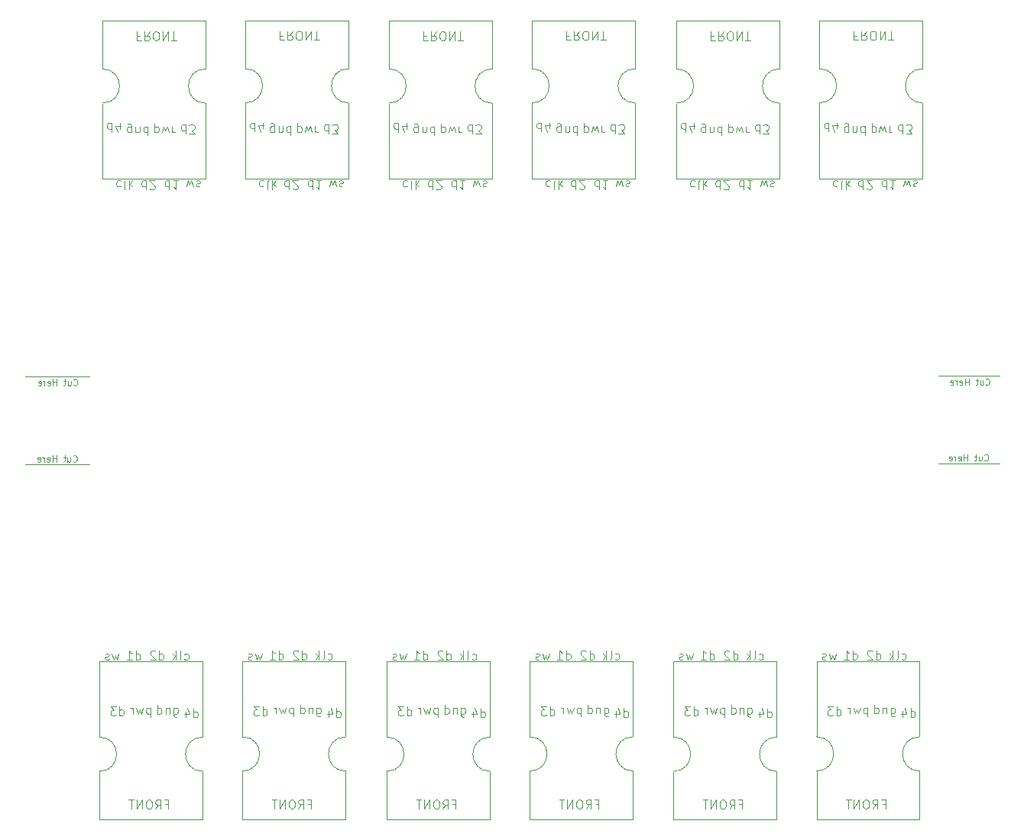
<source format=gbr>
%TF.GenerationSoftware,KiCad,Pcbnew,8.0.0*%
%TF.CreationDate,2024-05-23T14:56:37-05:00*%
%TF.ProjectId,antenna_connector,616e7465-6e6e-4615-9f63-6f6e6e656374,rev?*%
%TF.SameCoordinates,Original*%
%TF.FileFunction,Legend,Bot*%
%TF.FilePolarity,Positive*%
%FSLAX46Y46*%
G04 Gerber Fmt 4.6, Leading zero omitted, Abs format (unit mm)*
G04 Created by KiCad (PCBNEW 8.0.0) date 2024-05-23 14:56:37*
%MOMM*%
%LPD*%
G01*
G04 APERTURE LIST*
%ADD10C,0.100000*%
G04 APERTURE END LIST*
D10*
X96520000Y-104030000D02*
X89350000Y-104030000D01*
X96485000Y-94280000D02*
X89370000Y-94280000D01*
X197320000Y-103890000D02*
X190610000Y-103890000D01*
X197330000Y-94210000D02*
X190600000Y-94210000D01*
X99947455Y-72590200D02*
X99852217Y-72542580D01*
X99852217Y-72542580D02*
X99661741Y-72542580D01*
X99661741Y-72542580D02*
X99566503Y-72590200D01*
X99566503Y-72590200D02*
X99518884Y-72637819D01*
X99518884Y-72637819D02*
X99471265Y-72733057D01*
X99471265Y-72733057D02*
X99471265Y-73018771D01*
X99471265Y-73018771D02*
X99518884Y-73114009D01*
X99518884Y-73114009D02*
X99566503Y-73161628D01*
X99566503Y-73161628D02*
X99661741Y-73209247D01*
X99661741Y-73209247D02*
X99852217Y-73209247D01*
X99852217Y-73209247D02*
X99947455Y-73161628D01*
X100518884Y-72542580D02*
X100423646Y-72590200D01*
X100423646Y-72590200D02*
X100376027Y-72685438D01*
X100376027Y-72685438D02*
X100376027Y-73542580D01*
X100899837Y-72542580D02*
X100899837Y-73542580D01*
X100995075Y-72923533D02*
X101280789Y-72542580D01*
X101280789Y-73209247D02*
X100899837Y-72828295D01*
X123068646Y-73184247D02*
X123259122Y-72517580D01*
X123259122Y-72517580D02*
X123449598Y-72993771D01*
X123449598Y-72993771D02*
X123640074Y-72517580D01*
X123640074Y-72517580D02*
X123830550Y-73184247D01*
X124163884Y-72565200D02*
X124259122Y-72517580D01*
X124259122Y-72517580D02*
X124449598Y-72517580D01*
X124449598Y-72517580D02*
X124544836Y-72565200D01*
X124544836Y-72565200D02*
X124592455Y-72660438D01*
X124592455Y-72660438D02*
X124592455Y-72708057D01*
X124592455Y-72708057D02*
X124544836Y-72803295D01*
X124544836Y-72803295D02*
X124449598Y-72850914D01*
X124449598Y-72850914D02*
X124306741Y-72850914D01*
X124306741Y-72850914D02*
X124211503Y-72898533D01*
X124211503Y-72898533D02*
X124163884Y-72993771D01*
X124163884Y-72993771D02*
X124163884Y-73041390D01*
X124163884Y-73041390D02*
X124211503Y-73136628D01*
X124211503Y-73136628D02*
X124306741Y-73184247D01*
X124306741Y-73184247D02*
X124449598Y-73184247D01*
X124449598Y-73184247D02*
X124544836Y-73136628D01*
X107223646Y-73209247D02*
X107414122Y-72542580D01*
X107414122Y-72542580D02*
X107604598Y-73018771D01*
X107604598Y-73018771D02*
X107795074Y-72542580D01*
X107795074Y-72542580D02*
X107985550Y-73209247D01*
X108318884Y-72590200D02*
X108414122Y-72542580D01*
X108414122Y-72542580D02*
X108604598Y-72542580D01*
X108604598Y-72542580D02*
X108699836Y-72590200D01*
X108699836Y-72590200D02*
X108747455Y-72685438D01*
X108747455Y-72685438D02*
X108747455Y-72733057D01*
X108747455Y-72733057D02*
X108699836Y-72828295D01*
X108699836Y-72828295D02*
X108604598Y-72875914D01*
X108604598Y-72875914D02*
X108461741Y-72875914D01*
X108461741Y-72875914D02*
X108366503Y-72923533D01*
X108366503Y-72923533D02*
X108318884Y-73018771D01*
X108318884Y-73018771D02*
X108318884Y-73066390D01*
X108318884Y-73066390D02*
X108366503Y-73161628D01*
X108366503Y-73161628D02*
X108461741Y-73209247D01*
X108461741Y-73209247D02*
X108604598Y-73209247D01*
X108604598Y-73209247D02*
X108699836Y-73161628D01*
X99761353Y-124995752D02*
X99570877Y-125662419D01*
X99570877Y-125662419D02*
X99380401Y-125186228D01*
X99380401Y-125186228D02*
X99189925Y-125662419D01*
X99189925Y-125662419D02*
X98999449Y-124995752D01*
X98666115Y-125614800D02*
X98570877Y-125662419D01*
X98570877Y-125662419D02*
X98380401Y-125662419D01*
X98380401Y-125662419D02*
X98285163Y-125614800D01*
X98285163Y-125614800D02*
X98237544Y-125519561D01*
X98237544Y-125519561D02*
X98237544Y-125471942D01*
X98237544Y-125471942D02*
X98285163Y-125376704D01*
X98285163Y-125376704D02*
X98380401Y-125329085D01*
X98380401Y-125329085D02*
X98523258Y-125329085D01*
X98523258Y-125329085D02*
X98618496Y-125281466D01*
X98618496Y-125281466D02*
X98666115Y-125186228D01*
X98666115Y-125186228D02*
X98666115Y-125138609D01*
X98666115Y-125138609D02*
X98618496Y-125043371D01*
X98618496Y-125043371D02*
X98523258Y-124995752D01*
X98523258Y-124995752D02*
X98380401Y-124995752D01*
X98380401Y-124995752D02*
X98285163Y-125043371D01*
X121682544Y-130970752D02*
X121682544Y-131780276D01*
X121682544Y-131780276D02*
X121730163Y-131875514D01*
X121730163Y-131875514D02*
X121777782Y-131923133D01*
X121777782Y-131923133D02*
X121873020Y-131970752D01*
X121873020Y-131970752D02*
X122015877Y-131970752D01*
X122015877Y-131970752D02*
X122111115Y-131923133D01*
X121682544Y-131589800D02*
X121777782Y-131637419D01*
X121777782Y-131637419D02*
X121968258Y-131637419D01*
X121968258Y-131637419D02*
X122063496Y-131589800D01*
X122063496Y-131589800D02*
X122111115Y-131542180D01*
X122111115Y-131542180D02*
X122158734Y-131446942D01*
X122158734Y-131446942D02*
X122158734Y-131161228D01*
X122158734Y-131161228D02*
X122111115Y-131065990D01*
X122111115Y-131065990D02*
X122063496Y-131018371D01*
X122063496Y-131018371D02*
X121968258Y-130970752D01*
X121968258Y-130970752D02*
X121777782Y-130970752D01*
X121777782Y-130970752D02*
X121682544Y-131018371D01*
X121206353Y-130970752D02*
X121206353Y-131637419D01*
X121206353Y-131065990D02*
X121158734Y-131018371D01*
X121158734Y-131018371D02*
X121063496Y-130970752D01*
X121063496Y-130970752D02*
X120920639Y-130970752D01*
X120920639Y-130970752D02*
X120825401Y-131018371D01*
X120825401Y-131018371D02*
X120777782Y-131113609D01*
X120777782Y-131113609D02*
X120777782Y-131637419D01*
X119873020Y-131637419D02*
X119873020Y-130637419D01*
X119873020Y-131589800D02*
X119968258Y-131637419D01*
X119968258Y-131637419D02*
X120158734Y-131637419D01*
X120158734Y-131637419D02*
X120253972Y-131589800D01*
X120253972Y-131589800D02*
X120301591Y-131542180D01*
X120301591Y-131542180D02*
X120349210Y-131446942D01*
X120349210Y-131446942D02*
X120349210Y-131161228D01*
X120349210Y-131161228D02*
X120301591Y-131065990D01*
X120301591Y-131065990D02*
X120253972Y-131018371D01*
X120253972Y-131018371D02*
X120158734Y-130970752D01*
X120158734Y-130970752D02*
X119968258Y-130970752D01*
X119968258Y-130970752D02*
X119873020Y-131018371D01*
X105837544Y-130995752D02*
X105837544Y-131805276D01*
X105837544Y-131805276D02*
X105885163Y-131900514D01*
X105885163Y-131900514D02*
X105932782Y-131948133D01*
X105932782Y-131948133D02*
X106028020Y-131995752D01*
X106028020Y-131995752D02*
X106170877Y-131995752D01*
X106170877Y-131995752D02*
X106266115Y-131948133D01*
X105837544Y-131614800D02*
X105932782Y-131662419D01*
X105932782Y-131662419D02*
X106123258Y-131662419D01*
X106123258Y-131662419D02*
X106218496Y-131614800D01*
X106218496Y-131614800D02*
X106266115Y-131567180D01*
X106266115Y-131567180D02*
X106313734Y-131471942D01*
X106313734Y-131471942D02*
X106313734Y-131186228D01*
X106313734Y-131186228D02*
X106266115Y-131090990D01*
X106266115Y-131090990D02*
X106218496Y-131043371D01*
X106218496Y-131043371D02*
X106123258Y-130995752D01*
X106123258Y-130995752D02*
X105932782Y-130995752D01*
X105932782Y-130995752D02*
X105837544Y-131043371D01*
X105361353Y-130995752D02*
X105361353Y-131662419D01*
X105361353Y-131090990D02*
X105313734Y-131043371D01*
X105313734Y-131043371D02*
X105218496Y-130995752D01*
X105218496Y-130995752D02*
X105075639Y-130995752D01*
X105075639Y-130995752D02*
X104980401Y-131043371D01*
X104980401Y-131043371D02*
X104932782Y-131138609D01*
X104932782Y-131138609D02*
X104932782Y-131662419D01*
X104028020Y-131662419D02*
X104028020Y-130662419D01*
X104028020Y-131614800D02*
X104123258Y-131662419D01*
X104123258Y-131662419D02*
X104313734Y-131662419D01*
X104313734Y-131662419D02*
X104408972Y-131614800D01*
X104408972Y-131614800D02*
X104456591Y-131567180D01*
X104456591Y-131567180D02*
X104504210Y-131471942D01*
X104504210Y-131471942D02*
X104504210Y-131186228D01*
X104504210Y-131186228D02*
X104456591Y-131090990D01*
X104456591Y-131090990D02*
X104408972Y-131043371D01*
X104408972Y-131043371D02*
X104313734Y-130995752D01*
X104313734Y-130995752D02*
X104123258Y-130995752D01*
X104123258Y-130995752D02*
X104028020Y-131043371D01*
X185282544Y-130970752D02*
X185282544Y-131780276D01*
X185282544Y-131780276D02*
X185330163Y-131875514D01*
X185330163Y-131875514D02*
X185377782Y-131923133D01*
X185377782Y-131923133D02*
X185473020Y-131970752D01*
X185473020Y-131970752D02*
X185615877Y-131970752D01*
X185615877Y-131970752D02*
X185711115Y-131923133D01*
X185282544Y-131589800D02*
X185377782Y-131637419D01*
X185377782Y-131637419D02*
X185568258Y-131637419D01*
X185568258Y-131637419D02*
X185663496Y-131589800D01*
X185663496Y-131589800D02*
X185711115Y-131542180D01*
X185711115Y-131542180D02*
X185758734Y-131446942D01*
X185758734Y-131446942D02*
X185758734Y-131161228D01*
X185758734Y-131161228D02*
X185711115Y-131065990D01*
X185711115Y-131065990D02*
X185663496Y-131018371D01*
X185663496Y-131018371D02*
X185568258Y-130970752D01*
X185568258Y-130970752D02*
X185377782Y-130970752D01*
X185377782Y-130970752D02*
X185282544Y-131018371D01*
X184806353Y-130970752D02*
X184806353Y-131637419D01*
X184806353Y-131065990D02*
X184758734Y-131018371D01*
X184758734Y-131018371D02*
X184663496Y-130970752D01*
X184663496Y-130970752D02*
X184520639Y-130970752D01*
X184520639Y-130970752D02*
X184425401Y-131018371D01*
X184425401Y-131018371D02*
X184377782Y-131113609D01*
X184377782Y-131113609D02*
X184377782Y-131637419D01*
X183473020Y-131637419D02*
X183473020Y-130637419D01*
X183473020Y-131589800D02*
X183568258Y-131637419D01*
X183568258Y-131637419D02*
X183758734Y-131637419D01*
X183758734Y-131637419D02*
X183853972Y-131589800D01*
X183853972Y-131589800D02*
X183901591Y-131542180D01*
X183901591Y-131542180D02*
X183949210Y-131446942D01*
X183949210Y-131446942D02*
X183949210Y-131161228D01*
X183949210Y-131161228D02*
X183901591Y-131065990D01*
X183901591Y-131065990D02*
X183853972Y-131018371D01*
X183853972Y-131018371D02*
X183758734Y-130970752D01*
X183758734Y-130970752D02*
X183568258Y-130970752D01*
X183568258Y-130970752D02*
X183473020Y-131018371D01*
X99837544Y-131862419D02*
X99837544Y-130862419D01*
X99837544Y-131814800D02*
X99932782Y-131862419D01*
X99932782Y-131862419D02*
X100123258Y-131862419D01*
X100123258Y-131862419D02*
X100218496Y-131814800D01*
X100218496Y-131814800D02*
X100266115Y-131767180D01*
X100266115Y-131767180D02*
X100313734Y-131671942D01*
X100313734Y-131671942D02*
X100313734Y-131386228D01*
X100313734Y-131386228D02*
X100266115Y-131290990D01*
X100266115Y-131290990D02*
X100218496Y-131243371D01*
X100218496Y-131243371D02*
X100123258Y-131195752D01*
X100123258Y-131195752D02*
X99932782Y-131195752D01*
X99932782Y-131195752D02*
X99837544Y-131243371D01*
X99456591Y-130862419D02*
X98837544Y-130862419D01*
X98837544Y-130862419D02*
X99170877Y-131243371D01*
X99170877Y-131243371D02*
X99028020Y-131243371D01*
X99028020Y-131243371D02*
X98932782Y-131290990D01*
X98932782Y-131290990D02*
X98885163Y-131338609D01*
X98885163Y-131338609D02*
X98837544Y-131433847D01*
X98837544Y-131433847D02*
X98837544Y-131671942D01*
X98837544Y-131671942D02*
X98885163Y-131767180D01*
X98885163Y-131767180D02*
X98932782Y-131814800D01*
X98932782Y-131814800D02*
X99028020Y-131862419D01*
X99028020Y-131862419D02*
X99313734Y-131862419D01*
X99313734Y-131862419D02*
X99408972Y-131814800D01*
X99408972Y-131814800D02*
X99456591Y-131767180D01*
X147547455Y-72565200D02*
X147452217Y-72517580D01*
X147452217Y-72517580D02*
X147261741Y-72517580D01*
X147261741Y-72517580D02*
X147166503Y-72565200D01*
X147166503Y-72565200D02*
X147118884Y-72612819D01*
X147118884Y-72612819D02*
X147071265Y-72708057D01*
X147071265Y-72708057D02*
X147071265Y-72993771D01*
X147071265Y-72993771D02*
X147118884Y-73089009D01*
X147118884Y-73089009D02*
X147166503Y-73136628D01*
X147166503Y-73136628D02*
X147261741Y-73184247D01*
X147261741Y-73184247D02*
X147452217Y-73184247D01*
X147452217Y-73184247D02*
X147547455Y-73136628D01*
X148118884Y-72517580D02*
X148023646Y-72565200D01*
X148023646Y-72565200D02*
X147976027Y-72660438D01*
X147976027Y-72660438D02*
X147976027Y-73517580D01*
X148499837Y-72517580D02*
X148499837Y-73517580D01*
X148595075Y-72898533D02*
X148880789Y-72517580D01*
X148880789Y-73184247D02*
X148499837Y-72803295D01*
X123882544Y-132037419D02*
X123882544Y-131037419D01*
X123882544Y-131989800D02*
X123977782Y-132037419D01*
X123977782Y-132037419D02*
X124168258Y-132037419D01*
X124168258Y-132037419D02*
X124263496Y-131989800D01*
X124263496Y-131989800D02*
X124311115Y-131942180D01*
X124311115Y-131942180D02*
X124358734Y-131846942D01*
X124358734Y-131846942D02*
X124358734Y-131561228D01*
X124358734Y-131561228D02*
X124311115Y-131465990D01*
X124311115Y-131465990D02*
X124263496Y-131418371D01*
X124263496Y-131418371D02*
X124168258Y-131370752D01*
X124168258Y-131370752D02*
X123977782Y-131370752D01*
X123977782Y-131370752D02*
X123882544Y-131418371D01*
X122977782Y-131370752D02*
X122977782Y-132037419D01*
X123215877Y-130989800D02*
X123453972Y-131704085D01*
X123453972Y-131704085D02*
X122834925Y-131704085D01*
X134502455Y-72542580D02*
X134502455Y-73542580D01*
X134502455Y-72590200D02*
X134407217Y-72542580D01*
X134407217Y-72542580D02*
X134216741Y-72542580D01*
X134216741Y-72542580D02*
X134121503Y-72590200D01*
X134121503Y-72590200D02*
X134073884Y-72637819D01*
X134073884Y-72637819D02*
X134026265Y-72733057D01*
X134026265Y-72733057D02*
X134026265Y-73018771D01*
X134026265Y-73018771D02*
X134073884Y-73114009D01*
X134073884Y-73114009D02*
X134121503Y-73161628D01*
X134121503Y-73161628D02*
X134216741Y-73209247D01*
X134216741Y-73209247D02*
X134407217Y-73209247D01*
X134407217Y-73209247D02*
X134502455Y-73161628D01*
X134931027Y-73447342D02*
X134978646Y-73494961D01*
X134978646Y-73494961D02*
X135073884Y-73542580D01*
X135073884Y-73542580D02*
X135311979Y-73542580D01*
X135311979Y-73542580D02*
X135407217Y-73494961D01*
X135407217Y-73494961D02*
X135454836Y-73447342D01*
X135454836Y-73447342D02*
X135502455Y-73352104D01*
X135502455Y-73352104D02*
X135502455Y-73256866D01*
X135502455Y-73256866D02*
X135454836Y-73114009D01*
X135454836Y-73114009D02*
X134883408Y-72542580D01*
X134883408Y-72542580D02*
X135502455Y-72542580D01*
X179282544Y-131837419D02*
X179282544Y-130837419D01*
X179282544Y-131789800D02*
X179377782Y-131837419D01*
X179377782Y-131837419D02*
X179568258Y-131837419D01*
X179568258Y-131837419D02*
X179663496Y-131789800D01*
X179663496Y-131789800D02*
X179711115Y-131742180D01*
X179711115Y-131742180D02*
X179758734Y-131646942D01*
X179758734Y-131646942D02*
X179758734Y-131361228D01*
X179758734Y-131361228D02*
X179711115Y-131265990D01*
X179711115Y-131265990D02*
X179663496Y-131218371D01*
X179663496Y-131218371D02*
X179568258Y-131170752D01*
X179568258Y-131170752D02*
X179377782Y-131170752D01*
X179377782Y-131170752D02*
X179282544Y-131218371D01*
X178901591Y-130837419D02*
X178282544Y-130837419D01*
X178282544Y-130837419D02*
X178615877Y-131218371D01*
X178615877Y-131218371D02*
X178473020Y-131218371D01*
X178473020Y-131218371D02*
X178377782Y-131265990D01*
X178377782Y-131265990D02*
X178330163Y-131313609D01*
X178330163Y-131313609D02*
X178282544Y-131408847D01*
X178282544Y-131408847D02*
X178282544Y-131646942D01*
X178282544Y-131646942D02*
X178330163Y-131742180D01*
X178330163Y-131742180D02*
X178377782Y-131789800D01*
X178377782Y-131789800D02*
X178473020Y-131837419D01*
X178473020Y-131837419D02*
X178758734Y-131837419D01*
X178758734Y-131837419D02*
X178853972Y-131789800D01*
X178853972Y-131789800D02*
X178901591Y-131742180D01*
X146547455Y-66117580D02*
X146547455Y-67117580D01*
X146547455Y-66165200D02*
X146452217Y-66117580D01*
X146452217Y-66117580D02*
X146261741Y-66117580D01*
X146261741Y-66117580D02*
X146166503Y-66165200D01*
X146166503Y-66165200D02*
X146118884Y-66212819D01*
X146118884Y-66212819D02*
X146071265Y-66308057D01*
X146071265Y-66308057D02*
X146071265Y-66593771D01*
X146071265Y-66593771D02*
X146118884Y-66689009D01*
X146118884Y-66689009D02*
X146166503Y-66736628D01*
X146166503Y-66736628D02*
X146261741Y-66784247D01*
X146261741Y-66784247D02*
X146452217Y-66784247D01*
X146452217Y-66784247D02*
X146547455Y-66736628D01*
X147452217Y-66784247D02*
X147452217Y-66117580D01*
X147214122Y-67165200D02*
X146976027Y-66450914D01*
X146976027Y-66450914D02*
X147595074Y-66450914D01*
X133482544Y-125662419D02*
X133482544Y-124662419D01*
X133482544Y-125614800D02*
X133577782Y-125662419D01*
X133577782Y-125662419D02*
X133768258Y-125662419D01*
X133768258Y-125662419D02*
X133863496Y-125614800D01*
X133863496Y-125614800D02*
X133911115Y-125567180D01*
X133911115Y-125567180D02*
X133958734Y-125471942D01*
X133958734Y-125471942D02*
X133958734Y-125186228D01*
X133958734Y-125186228D02*
X133911115Y-125090990D01*
X133911115Y-125090990D02*
X133863496Y-125043371D01*
X133863496Y-125043371D02*
X133768258Y-124995752D01*
X133768258Y-124995752D02*
X133577782Y-124995752D01*
X133577782Y-124995752D02*
X133482544Y-125043371D01*
X132482544Y-125662419D02*
X133053972Y-125662419D01*
X132768258Y-125662419D02*
X132768258Y-124662419D01*
X132768258Y-124662419D02*
X132863496Y-124805276D01*
X132863496Y-124805276D02*
X132958734Y-124900514D01*
X132958734Y-124900514D02*
X133053972Y-124948133D01*
X186482544Y-125589800D02*
X186577782Y-125637419D01*
X186577782Y-125637419D02*
X186768258Y-125637419D01*
X186768258Y-125637419D02*
X186863496Y-125589800D01*
X186863496Y-125589800D02*
X186911115Y-125542180D01*
X186911115Y-125542180D02*
X186958734Y-125446942D01*
X186958734Y-125446942D02*
X186958734Y-125161228D01*
X186958734Y-125161228D02*
X186911115Y-125065990D01*
X186911115Y-125065990D02*
X186863496Y-125018371D01*
X186863496Y-125018371D02*
X186768258Y-124970752D01*
X186768258Y-124970752D02*
X186577782Y-124970752D01*
X186577782Y-124970752D02*
X186482544Y-125018371D01*
X185911115Y-125637419D02*
X186006353Y-125589800D01*
X186006353Y-125589800D02*
X186053972Y-125494561D01*
X186053972Y-125494561D02*
X186053972Y-124637419D01*
X185530162Y-125637419D02*
X185530162Y-124637419D01*
X185434924Y-125256466D02*
X185149210Y-125637419D01*
X185149210Y-124970752D02*
X185530162Y-125351704D01*
X122882544Y-125589800D02*
X122977782Y-125637419D01*
X122977782Y-125637419D02*
X123168258Y-125637419D01*
X123168258Y-125637419D02*
X123263496Y-125589800D01*
X123263496Y-125589800D02*
X123311115Y-125542180D01*
X123311115Y-125542180D02*
X123358734Y-125446942D01*
X123358734Y-125446942D02*
X123358734Y-125161228D01*
X123358734Y-125161228D02*
X123311115Y-125065990D01*
X123311115Y-125065990D02*
X123263496Y-125018371D01*
X123263496Y-125018371D02*
X123168258Y-124970752D01*
X123168258Y-124970752D02*
X122977782Y-124970752D01*
X122977782Y-124970752D02*
X122882544Y-125018371D01*
X122311115Y-125637419D02*
X122406353Y-125589800D01*
X122406353Y-125589800D02*
X122453972Y-125494561D01*
X122453972Y-125494561D02*
X122453972Y-124637419D01*
X121930162Y-125637419D02*
X121930162Y-124637419D01*
X121834924Y-125256466D02*
X121549210Y-125637419D01*
X121549210Y-124970752D02*
X121930162Y-125351704D01*
X138882544Y-125614800D02*
X138977782Y-125662419D01*
X138977782Y-125662419D02*
X139168258Y-125662419D01*
X139168258Y-125662419D02*
X139263496Y-125614800D01*
X139263496Y-125614800D02*
X139311115Y-125567180D01*
X139311115Y-125567180D02*
X139358734Y-125471942D01*
X139358734Y-125471942D02*
X139358734Y-125186228D01*
X139358734Y-125186228D02*
X139311115Y-125090990D01*
X139311115Y-125090990D02*
X139263496Y-125043371D01*
X139263496Y-125043371D02*
X139168258Y-124995752D01*
X139168258Y-124995752D02*
X138977782Y-124995752D01*
X138977782Y-124995752D02*
X138882544Y-125043371D01*
X138311115Y-125662419D02*
X138406353Y-125614800D01*
X138406353Y-125614800D02*
X138453972Y-125519561D01*
X138453972Y-125519561D02*
X138453972Y-124662419D01*
X137930162Y-125662419D02*
X137930162Y-124662419D01*
X137834924Y-125281466D02*
X137549210Y-125662419D01*
X137549210Y-124995752D02*
X137930162Y-125376704D01*
X148747455Y-67184247D02*
X148747455Y-66374723D01*
X148747455Y-66374723D02*
X148699836Y-66279485D01*
X148699836Y-66279485D02*
X148652217Y-66231866D01*
X148652217Y-66231866D02*
X148556979Y-66184247D01*
X148556979Y-66184247D02*
X148414122Y-66184247D01*
X148414122Y-66184247D02*
X148318884Y-66231866D01*
X148747455Y-66565200D02*
X148652217Y-66517580D01*
X148652217Y-66517580D02*
X148461741Y-66517580D01*
X148461741Y-66517580D02*
X148366503Y-66565200D01*
X148366503Y-66565200D02*
X148318884Y-66612819D01*
X148318884Y-66612819D02*
X148271265Y-66708057D01*
X148271265Y-66708057D02*
X148271265Y-66993771D01*
X148271265Y-66993771D02*
X148318884Y-67089009D01*
X148318884Y-67089009D02*
X148366503Y-67136628D01*
X148366503Y-67136628D02*
X148461741Y-67184247D01*
X148461741Y-67184247D02*
X148652217Y-67184247D01*
X148652217Y-67184247D02*
X148747455Y-67136628D01*
X149223646Y-67184247D02*
X149223646Y-66517580D01*
X149223646Y-67089009D02*
X149271265Y-67136628D01*
X149271265Y-67136628D02*
X149366503Y-67184247D01*
X149366503Y-67184247D02*
X149509360Y-67184247D01*
X149509360Y-67184247D02*
X149604598Y-67136628D01*
X149604598Y-67136628D02*
X149652217Y-67041390D01*
X149652217Y-67041390D02*
X149652217Y-66517580D01*
X150556979Y-66517580D02*
X150556979Y-67517580D01*
X150556979Y-66565200D02*
X150461741Y-66517580D01*
X150461741Y-66517580D02*
X150271265Y-66517580D01*
X150271265Y-66517580D02*
X150176027Y-66565200D01*
X150176027Y-66565200D02*
X150128408Y-66612819D01*
X150128408Y-66612819D02*
X150080789Y-66708057D01*
X150080789Y-66708057D02*
X150080789Y-66993771D01*
X150080789Y-66993771D02*
X150128408Y-67089009D01*
X150128408Y-67089009D02*
X150176027Y-67136628D01*
X150176027Y-67136628D02*
X150271265Y-67184247D01*
X150271265Y-67184247D02*
X150461741Y-67184247D01*
X150461741Y-67184247D02*
X150556979Y-67136628D01*
X98947455Y-66142580D02*
X98947455Y-67142580D01*
X98947455Y-66190200D02*
X98852217Y-66142580D01*
X98852217Y-66142580D02*
X98661741Y-66142580D01*
X98661741Y-66142580D02*
X98566503Y-66190200D01*
X98566503Y-66190200D02*
X98518884Y-66237819D01*
X98518884Y-66237819D02*
X98471265Y-66333057D01*
X98471265Y-66333057D02*
X98471265Y-66618771D01*
X98471265Y-66618771D02*
X98518884Y-66714009D01*
X98518884Y-66714009D02*
X98566503Y-66761628D01*
X98566503Y-66761628D02*
X98661741Y-66809247D01*
X98661741Y-66809247D02*
X98852217Y-66809247D01*
X98852217Y-66809247D02*
X98947455Y-66761628D01*
X99852217Y-66809247D02*
X99852217Y-66142580D01*
X99614122Y-67190200D02*
X99376027Y-66475914D01*
X99376027Y-66475914D02*
X99995074Y-66475914D01*
X179206353Y-124970752D02*
X179015877Y-125637419D01*
X179015877Y-125637419D02*
X178825401Y-125161228D01*
X178825401Y-125161228D02*
X178634925Y-125637419D01*
X178634925Y-125637419D02*
X178444449Y-124970752D01*
X178111115Y-125589800D02*
X178015877Y-125637419D01*
X178015877Y-125637419D02*
X177825401Y-125637419D01*
X177825401Y-125637419D02*
X177730163Y-125589800D01*
X177730163Y-125589800D02*
X177682544Y-125494561D01*
X177682544Y-125494561D02*
X177682544Y-125446942D01*
X177682544Y-125446942D02*
X177730163Y-125351704D01*
X177730163Y-125351704D02*
X177825401Y-125304085D01*
X177825401Y-125304085D02*
X177968258Y-125304085D01*
X177968258Y-125304085D02*
X178063496Y-125256466D01*
X178063496Y-125256466D02*
X178111115Y-125161228D01*
X178111115Y-125161228D02*
X178111115Y-125113609D01*
X178111115Y-125113609D02*
X178063496Y-125018371D01*
X178063496Y-125018371D02*
X177968258Y-124970752D01*
X177968258Y-124970752D02*
X177825401Y-124970752D01*
X177825401Y-124970752D02*
X177730163Y-125018371D01*
X138902455Y-66342580D02*
X138902455Y-67342580D01*
X138902455Y-66390200D02*
X138807217Y-66342580D01*
X138807217Y-66342580D02*
X138616741Y-66342580D01*
X138616741Y-66342580D02*
X138521503Y-66390200D01*
X138521503Y-66390200D02*
X138473884Y-66437819D01*
X138473884Y-66437819D02*
X138426265Y-66533057D01*
X138426265Y-66533057D02*
X138426265Y-66818771D01*
X138426265Y-66818771D02*
X138473884Y-66914009D01*
X138473884Y-66914009D02*
X138521503Y-66961628D01*
X138521503Y-66961628D02*
X138616741Y-67009247D01*
X138616741Y-67009247D02*
X138807217Y-67009247D01*
X138807217Y-67009247D02*
X138902455Y-66961628D01*
X139283408Y-67342580D02*
X139902455Y-67342580D01*
X139902455Y-67342580D02*
X139569122Y-66961628D01*
X139569122Y-66961628D02*
X139711979Y-66961628D01*
X139711979Y-66961628D02*
X139807217Y-66914009D01*
X139807217Y-66914009D02*
X139854836Y-66866390D01*
X139854836Y-66866390D02*
X139902455Y-66771152D01*
X139902455Y-66771152D02*
X139902455Y-66533057D01*
X139902455Y-66533057D02*
X139854836Y-66437819D01*
X139854836Y-66437819D02*
X139807217Y-66390200D01*
X139807217Y-66390200D02*
X139711979Y-66342580D01*
X139711979Y-66342580D02*
X139426265Y-66342580D01*
X139426265Y-66342580D02*
X139331027Y-66390200D01*
X139331027Y-66390200D02*
X139283408Y-66437819D01*
X164747455Y-67209247D02*
X164747455Y-66399723D01*
X164747455Y-66399723D02*
X164699836Y-66304485D01*
X164699836Y-66304485D02*
X164652217Y-66256866D01*
X164652217Y-66256866D02*
X164556979Y-66209247D01*
X164556979Y-66209247D02*
X164414122Y-66209247D01*
X164414122Y-66209247D02*
X164318884Y-66256866D01*
X164747455Y-66590200D02*
X164652217Y-66542580D01*
X164652217Y-66542580D02*
X164461741Y-66542580D01*
X164461741Y-66542580D02*
X164366503Y-66590200D01*
X164366503Y-66590200D02*
X164318884Y-66637819D01*
X164318884Y-66637819D02*
X164271265Y-66733057D01*
X164271265Y-66733057D02*
X164271265Y-67018771D01*
X164271265Y-67018771D02*
X164318884Y-67114009D01*
X164318884Y-67114009D02*
X164366503Y-67161628D01*
X164366503Y-67161628D02*
X164461741Y-67209247D01*
X164461741Y-67209247D02*
X164652217Y-67209247D01*
X164652217Y-67209247D02*
X164747455Y-67161628D01*
X165223646Y-67209247D02*
X165223646Y-66542580D01*
X165223646Y-67114009D02*
X165271265Y-67161628D01*
X165271265Y-67161628D02*
X165366503Y-67209247D01*
X165366503Y-67209247D02*
X165509360Y-67209247D01*
X165509360Y-67209247D02*
X165604598Y-67161628D01*
X165604598Y-67161628D02*
X165652217Y-67066390D01*
X165652217Y-67066390D02*
X165652217Y-66542580D01*
X166556979Y-66542580D02*
X166556979Y-67542580D01*
X166556979Y-66590200D02*
X166461741Y-66542580D01*
X166461741Y-66542580D02*
X166271265Y-66542580D01*
X166271265Y-66542580D02*
X166176027Y-66590200D01*
X166176027Y-66590200D02*
X166128408Y-66637819D01*
X166128408Y-66637819D02*
X166080789Y-66733057D01*
X166080789Y-66733057D02*
X166080789Y-67018771D01*
X166080789Y-67018771D02*
X166128408Y-67114009D01*
X166128408Y-67114009D02*
X166176027Y-67161628D01*
X166176027Y-67161628D02*
X166271265Y-67209247D01*
X166271265Y-67209247D02*
X166461741Y-67209247D01*
X166461741Y-67209247D02*
X166556979Y-67161628D01*
X151318884Y-67184247D02*
X151318884Y-66184247D01*
X151318884Y-67136628D02*
X151414122Y-67184247D01*
X151414122Y-67184247D02*
X151604598Y-67184247D01*
X151604598Y-67184247D02*
X151699836Y-67136628D01*
X151699836Y-67136628D02*
X151747455Y-67089009D01*
X151747455Y-67089009D02*
X151795074Y-66993771D01*
X151795074Y-66993771D02*
X151795074Y-66708057D01*
X151795074Y-66708057D02*
X151747455Y-66612819D01*
X151747455Y-66612819D02*
X151699836Y-66565200D01*
X151699836Y-66565200D02*
X151604598Y-66517580D01*
X151604598Y-66517580D02*
X151414122Y-66517580D01*
X151414122Y-66517580D02*
X151318884Y-66565200D01*
X152128408Y-67184247D02*
X152318884Y-66517580D01*
X152318884Y-66517580D02*
X152509360Y-66993771D01*
X152509360Y-66993771D02*
X152699836Y-66517580D01*
X152699836Y-66517580D02*
X152890312Y-67184247D01*
X153271265Y-66517580D02*
X153271265Y-67184247D01*
X153271265Y-66993771D02*
X153318884Y-67089009D01*
X153318884Y-67089009D02*
X153366503Y-67136628D01*
X153366503Y-67136628D02*
X153461741Y-67184247D01*
X153461741Y-67184247D02*
X153556979Y-67184247D01*
X182711115Y-130970752D02*
X182711115Y-131970752D01*
X182711115Y-131018371D02*
X182615877Y-130970752D01*
X182615877Y-130970752D02*
X182425401Y-130970752D01*
X182425401Y-130970752D02*
X182330163Y-131018371D01*
X182330163Y-131018371D02*
X182282544Y-131065990D01*
X182282544Y-131065990D02*
X182234925Y-131161228D01*
X182234925Y-131161228D02*
X182234925Y-131446942D01*
X182234925Y-131446942D02*
X182282544Y-131542180D01*
X182282544Y-131542180D02*
X182330163Y-131589800D01*
X182330163Y-131589800D02*
X182425401Y-131637419D01*
X182425401Y-131637419D02*
X182615877Y-131637419D01*
X182615877Y-131637419D02*
X182711115Y-131589800D01*
X181901591Y-130970752D02*
X181711115Y-131637419D01*
X181711115Y-131637419D02*
X181520639Y-131161228D01*
X181520639Y-131161228D02*
X181330163Y-131637419D01*
X181330163Y-131637419D02*
X181139687Y-130970752D01*
X180758734Y-131637419D02*
X180758734Y-130970752D01*
X180758734Y-131161228D02*
X180711115Y-131065990D01*
X180711115Y-131065990D02*
X180663496Y-131018371D01*
X180663496Y-131018371D02*
X180568258Y-130970752D01*
X180568258Y-130970752D02*
X180473020Y-130970752D01*
X132902455Y-67209247D02*
X132902455Y-66399723D01*
X132902455Y-66399723D02*
X132854836Y-66304485D01*
X132854836Y-66304485D02*
X132807217Y-66256866D01*
X132807217Y-66256866D02*
X132711979Y-66209247D01*
X132711979Y-66209247D02*
X132569122Y-66209247D01*
X132569122Y-66209247D02*
X132473884Y-66256866D01*
X132902455Y-66590200D02*
X132807217Y-66542580D01*
X132807217Y-66542580D02*
X132616741Y-66542580D01*
X132616741Y-66542580D02*
X132521503Y-66590200D01*
X132521503Y-66590200D02*
X132473884Y-66637819D01*
X132473884Y-66637819D02*
X132426265Y-66733057D01*
X132426265Y-66733057D02*
X132426265Y-67018771D01*
X132426265Y-67018771D02*
X132473884Y-67114009D01*
X132473884Y-67114009D02*
X132521503Y-67161628D01*
X132521503Y-67161628D02*
X132616741Y-67209247D01*
X132616741Y-67209247D02*
X132807217Y-67209247D01*
X132807217Y-67209247D02*
X132902455Y-67161628D01*
X133378646Y-67209247D02*
X133378646Y-66542580D01*
X133378646Y-67114009D02*
X133426265Y-67161628D01*
X133426265Y-67161628D02*
X133521503Y-67209247D01*
X133521503Y-67209247D02*
X133664360Y-67209247D01*
X133664360Y-67209247D02*
X133759598Y-67161628D01*
X133759598Y-67161628D02*
X133807217Y-67066390D01*
X133807217Y-67066390D02*
X133807217Y-66542580D01*
X134711979Y-66542580D02*
X134711979Y-67542580D01*
X134711979Y-66590200D02*
X134616741Y-66542580D01*
X134616741Y-66542580D02*
X134426265Y-66542580D01*
X134426265Y-66542580D02*
X134331027Y-66590200D01*
X134331027Y-66590200D02*
X134283408Y-66637819D01*
X134283408Y-66637819D02*
X134235789Y-66733057D01*
X134235789Y-66733057D02*
X134235789Y-67018771D01*
X134235789Y-67018771D02*
X134283408Y-67114009D01*
X134283408Y-67114009D02*
X134331027Y-67161628D01*
X134331027Y-67161628D02*
X134426265Y-67209247D01*
X134426265Y-67209247D02*
X134616741Y-67209247D01*
X134616741Y-67209247D02*
X134711979Y-67161628D01*
X115792455Y-72565200D02*
X115697217Y-72517580D01*
X115697217Y-72517580D02*
X115506741Y-72517580D01*
X115506741Y-72517580D02*
X115411503Y-72565200D01*
X115411503Y-72565200D02*
X115363884Y-72612819D01*
X115363884Y-72612819D02*
X115316265Y-72708057D01*
X115316265Y-72708057D02*
X115316265Y-72993771D01*
X115316265Y-72993771D02*
X115363884Y-73089009D01*
X115363884Y-73089009D02*
X115411503Y-73136628D01*
X115411503Y-73136628D02*
X115506741Y-73184247D01*
X115506741Y-73184247D02*
X115697217Y-73184247D01*
X115697217Y-73184247D02*
X115792455Y-73136628D01*
X116363884Y-72517580D02*
X116268646Y-72565200D01*
X116268646Y-72565200D02*
X116221027Y-72660438D01*
X116221027Y-72660438D02*
X116221027Y-73517580D01*
X116744837Y-72517580D02*
X116744837Y-73517580D01*
X116840075Y-72898533D02*
X117125789Y-72517580D01*
X117125789Y-73184247D02*
X116744837Y-72803295D01*
X181082544Y-125637419D02*
X181082544Y-124637419D01*
X181082544Y-125589800D02*
X181177782Y-125637419D01*
X181177782Y-125637419D02*
X181368258Y-125637419D01*
X181368258Y-125637419D02*
X181463496Y-125589800D01*
X181463496Y-125589800D02*
X181511115Y-125542180D01*
X181511115Y-125542180D02*
X181558734Y-125446942D01*
X181558734Y-125446942D02*
X181558734Y-125161228D01*
X181558734Y-125161228D02*
X181511115Y-125065990D01*
X181511115Y-125065990D02*
X181463496Y-125018371D01*
X181463496Y-125018371D02*
X181368258Y-124970752D01*
X181368258Y-124970752D02*
X181177782Y-124970752D01*
X181177782Y-124970752D02*
X181082544Y-125018371D01*
X180082544Y-125637419D02*
X180653972Y-125637419D01*
X180368258Y-125637419D02*
X180368258Y-124637419D01*
X180368258Y-124637419D02*
X180463496Y-124780276D01*
X180463496Y-124780276D02*
X180558734Y-124875514D01*
X180558734Y-124875514D02*
X180653972Y-124923133D01*
X154747455Y-66317580D02*
X154747455Y-67317580D01*
X154747455Y-66365200D02*
X154652217Y-66317580D01*
X154652217Y-66317580D02*
X154461741Y-66317580D01*
X154461741Y-66317580D02*
X154366503Y-66365200D01*
X154366503Y-66365200D02*
X154318884Y-66412819D01*
X154318884Y-66412819D02*
X154271265Y-66508057D01*
X154271265Y-66508057D02*
X154271265Y-66793771D01*
X154271265Y-66793771D02*
X154318884Y-66889009D01*
X154318884Y-66889009D02*
X154366503Y-66936628D01*
X154366503Y-66936628D02*
X154461741Y-66984247D01*
X154461741Y-66984247D02*
X154652217Y-66984247D01*
X154652217Y-66984247D02*
X154747455Y-66936628D01*
X155128408Y-67317580D02*
X155747455Y-67317580D01*
X155747455Y-67317580D02*
X155414122Y-66936628D01*
X155414122Y-66936628D02*
X155556979Y-66936628D01*
X155556979Y-66936628D02*
X155652217Y-66889009D01*
X155652217Y-66889009D02*
X155699836Y-66841390D01*
X155699836Y-66841390D02*
X155747455Y-66746152D01*
X155747455Y-66746152D02*
X155747455Y-66508057D01*
X155747455Y-66508057D02*
X155699836Y-66412819D01*
X155699836Y-66412819D02*
X155652217Y-66365200D01*
X155652217Y-66365200D02*
X155556979Y-66317580D01*
X155556979Y-66317580D02*
X155271265Y-66317580D01*
X155271265Y-66317580D02*
X155176027Y-66365200D01*
X155176027Y-66365200D02*
X155128408Y-66412819D01*
X180592455Y-67184247D02*
X180592455Y-66374723D01*
X180592455Y-66374723D02*
X180544836Y-66279485D01*
X180544836Y-66279485D02*
X180497217Y-66231866D01*
X180497217Y-66231866D02*
X180401979Y-66184247D01*
X180401979Y-66184247D02*
X180259122Y-66184247D01*
X180259122Y-66184247D02*
X180163884Y-66231866D01*
X180592455Y-66565200D02*
X180497217Y-66517580D01*
X180497217Y-66517580D02*
X180306741Y-66517580D01*
X180306741Y-66517580D02*
X180211503Y-66565200D01*
X180211503Y-66565200D02*
X180163884Y-66612819D01*
X180163884Y-66612819D02*
X180116265Y-66708057D01*
X180116265Y-66708057D02*
X180116265Y-66993771D01*
X180116265Y-66993771D02*
X180163884Y-67089009D01*
X180163884Y-67089009D02*
X180211503Y-67136628D01*
X180211503Y-67136628D02*
X180306741Y-67184247D01*
X180306741Y-67184247D02*
X180497217Y-67184247D01*
X180497217Y-67184247D02*
X180592455Y-67136628D01*
X181068646Y-67184247D02*
X181068646Y-66517580D01*
X181068646Y-67089009D02*
X181116265Y-67136628D01*
X181116265Y-67136628D02*
X181211503Y-67184247D01*
X181211503Y-67184247D02*
X181354360Y-67184247D01*
X181354360Y-67184247D02*
X181449598Y-67136628D01*
X181449598Y-67136628D02*
X181497217Y-67041390D01*
X181497217Y-67041390D02*
X181497217Y-66517580D01*
X182401979Y-66517580D02*
X182401979Y-67517580D01*
X182401979Y-66565200D02*
X182306741Y-66517580D01*
X182306741Y-66517580D02*
X182116265Y-66517580D01*
X182116265Y-66517580D02*
X182021027Y-66565200D01*
X182021027Y-66565200D02*
X181973408Y-66612819D01*
X181973408Y-66612819D02*
X181925789Y-66708057D01*
X181925789Y-66708057D02*
X181925789Y-66993771D01*
X181925789Y-66993771D02*
X181973408Y-67089009D01*
X181973408Y-67089009D02*
X182021027Y-67136628D01*
X182021027Y-67136628D02*
X182116265Y-67184247D01*
X182116265Y-67184247D02*
X182306741Y-67184247D01*
X182306741Y-67184247D02*
X182401979Y-67136628D01*
X121192455Y-72517580D02*
X121192455Y-73517580D01*
X121192455Y-72565200D02*
X121097217Y-72517580D01*
X121097217Y-72517580D02*
X120906741Y-72517580D01*
X120906741Y-72517580D02*
X120811503Y-72565200D01*
X120811503Y-72565200D02*
X120763884Y-72612819D01*
X120763884Y-72612819D02*
X120716265Y-72708057D01*
X120716265Y-72708057D02*
X120716265Y-72993771D01*
X120716265Y-72993771D02*
X120763884Y-73089009D01*
X120763884Y-73089009D02*
X120811503Y-73136628D01*
X120811503Y-73136628D02*
X120906741Y-73184247D01*
X120906741Y-73184247D02*
X121097217Y-73184247D01*
X121097217Y-73184247D02*
X121192455Y-73136628D01*
X122192455Y-72517580D02*
X121621027Y-72517580D01*
X121906741Y-72517580D02*
X121906741Y-73517580D01*
X121906741Y-73517580D02*
X121811503Y-73374723D01*
X121811503Y-73374723D02*
X121716265Y-73279485D01*
X121716265Y-73279485D02*
X121621027Y-73231866D01*
X167318884Y-67209247D02*
X167318884Y-66209247D01*
X167318884Y-67161628D02*
X167414122Y-67209247D01*
X167414122Y-67209247D02*
X167604598Y-67209247D01*
X167604598Y-67209247D02*
X167699836Y-67161628D01*
X167699836Y-67161628D02*
X167747455Y-67114009D01*
X167747455Y-67114009D02*
X167795074Y-67018771D01*
X167795074Y-67018771D02*
X167795074Y-66733057D01*
X167795074Y-66733057D02*
X167747455Y-66637819D01*
X167747455Y-66637819D02*
X167699836Y-66590200D01*
X167699836Y-66590200D02*
X167604598Y-66542580D01*
X167604598Y-66542580D02*
X167414122Y-66542580D01*
X167414122Y-66542580D02*
X167318884Y-66590200D01*
X168128408Y-67209247D02*
X168318884Y-66542580D01*
X168318884Y-66542580D02*
X168509360Y-67018771D01*
X168509360Y-67018771D02*
X168699836Y-66542580D01*
X168699836Y-66542580D02*
X168890312Y-67209247D01*
X169271265Y-66542580D02*
X169271265Y-67209247D01*
X169271265Y-67018771D02*
X169318884Y-67114009D01*
X169318884Y-67114009D02*
X169366503Y-67161628D01*
X169366503Y-67161628D02*
X169461741Y-67209247D01*
X169461741Y-67209247D02*
X169556979Y-67209247D01*
X170637544Y-125614800D02*
X170732782Y-125662419D01*
X170732782Y-125662419D02*
X170923258Y-125662419D01*
X170923258Y-125662419D02*
X171018496Y-125614800D01*
X171018496Y-125614800D02*
X171066115Y-125567180D01*
X171066115Y-125567180D02*
X171113734Y-125471942D01*
X171113734Y-125471942D02*
X171113734Y-125186228D01*
X171113734Y-125186228D02*
X171066115Y-125090990D01*
X171066115Y-125090990D02*
X171018496Y-125043371D01*
X171018496Y-125043371D02*
X170923258Y-124995752D01*
X170923258Y-124995752D02*
X170732782Y-124995752D01*
X170732782Y-124995752D02*
X170637544Y-125043371D01*
X170066115Y-125662419D02*
X170161353Y-125614800D01*
X170161353Y-125614800D02*
X170208972Y-125519561D01*
X170208972Y-125519561D02*
X170208972Y-124662419D01*
X169685162Y-125662419D02*
X169685162Y-124662419D01*
X169589924Y-125281466D02*
X169304210Y-125662419D01*
X169304210Y-124995752D02*
X169685162Y-125376704D01*
X119563884Y-67184247D02*
X119563884Y-66184247D01*
X119563884Y-67136628D02*
X119659122Y-67184247D01*
X119659122Y-67184247D02*
X119849598Y-67184247D01*
X119849598Y-67184247D02*
X119944836Y-67136628D01*
X119944836Y-67136628D02*
X119992455Y-67089009D01*
X119992455Y-67089009D02*
X120040074Y-66993771D01*
X120040074Y-66993771D02*
X120040074Y-66708057D01*
X120040074Y-66708057D02*
X119992455Y-66612819D01*
X119992455Y-66612819D02*
X119944836Y-66565200D01*
X119944836Y-66565200D02*
X119849598Y-66517580D01*
X119849598Y-66517580D02*
X119659122Y-66517580D01*
X119659122Y-66517580D02*
X119563884Y-66565200D01*
X120373408Y-67184247D02*
X120563884Y-66517580D01*
X120563884Y-66517580D02*
X120754360Y-66993771D01*
X120754360Y-66993771D02*
X120944836Y-66517580D01*
X120944836Y-66517580D02*
X121135312Y-67184247D01*
X121516265Y-66517580D02*
X121516265Y-67184247D01*
X121516265Y-66993771D02*
X121563884Y-67089009D01*
X121563884Y-67089009D02*
X121611503Y-67136628D01*
X121611503Y-67136628D02*
X121706741Y-67184247D01*
X121706741Y-67184247D02*
X121801979Y-67184247D01*
X167837544Y-125662419D02*
X167837544Y-124662419D01*
X167837544Y-125614800D02*
X167932782Y-125662419D01*
X167932782Y-125662419D02*
X168123258Y-125662419D01*
X168123258Y-125662419D02*
X168218496Y-125614800D01*
X168218496Y-125614800D02*
X168266115Y-125567180D01*
X168266115Y-125567180D02*
X168313734Y-125471942D01*
X168313734Y-125471942D02*
X168313734Y-125186228D01*
X168313734Y-125186228D02*
X168266115Y-125090990D01*
X168266115Y-125090990D02*
X168218496Y-125043371D01*
X168218496Y-125043371D02*
X168123258Y-124995752D01*
X168123258Y-124995752D02*
X167932782Y-124995752D01*
X167932782Y-124995752D02*
X167837544Y-125043371D01*
X167408972Y-124757657D02*
X167361353Y-124710038D01*
X167361353Y-124710038D02*
X167266115Y-124662419D01*
X167266115Y-124662419D02*
X167028020Y-124662419D01*
X167028020Y-124662419D02*
X166932782Y-124710038D01*
X166932782Y-124710038D02*
X166885163Y-124757657D01*
X166885163Y-124757657D02*
X166837544Y-124852895D01*
X166837544Y-124852895D02*
X166837544Y-124948133D01*
X166837544Y-124948133D02*
X166885163Y-125090990D01*
X166885163Y-125090990D02*
X167456591Y-125662419D01*
X167456591Y-125662419D02*
X166837544Y-125662419D01*
X169437544Y-130995752D02*
X169437544Y-131805276D01*
X169437544Y-131805276D02*
X169485163Y-131900514D01*
X169485163Y-131900514D02*
X169532782Y-131948133D01*
X169532782Y-131948133D02*
X169628020Y-131995752D01*
X169628020Y-131995752D02*
X169770877Y-131995752D01*
X169770877Y-131995752D02*
X169866115Y-131948133D01*
X169437544Y-131614800D02*
X169532782Y-131662419D01*
X169532782Y-131662419D02*
X169723258Y-131662419D01*
X169723258Y-131662419D02*
X169818496Y-131614800D01*
X169818496Y-131614800D02*
X169866115Y-131567180D01*
X169866115Y-131567180D02*
X169913734Y-131471942D01*
X169913734Y-131471942D02*
X169913734Y-131186228D01*
X169913734Y-131186228D02*
X169866115Y-131090990D01*
X169866115Y-131090990D02*
X169818496Y-131043371D01*
X169818496Y-131043371D02*
X169723258Y-130995752D01*
X169723258Y-130995752D02*
X169532782Y-130995752D01*
X169532782Y-130995752D02*
X169437544Y-131043371D01*
X168961353Y-130995752D02*
X168961353Y-131662419D01*
X168961353Y-131090990D02*
X168913734Y-131043371D01*
X168913734Y-131043371D02*
X168818496Y-130995752D01*
X168818496Y-130995752D02*
X168675639Y-130995752D01*
X168675639Y-130995752D02*
X168580401Y-131043371D01*
X168580401Y-131043371D02*
X168532782Y-131138609D01*
X168532782Y-131138609D02*
X168532782Y-131662419D01*
X167628020Y-131662419D02*
X167628020Y-130662419D01*
X167628020Y-131614800D02*
X167723258Y-131662419D01*
X167723258Y-131662419D02*
X167913734Y-131662419D01*
X167913734Y-131662419D02*
X168008972Y-131614800D01*
X168008972Y-131614800D02*
X168056591Y-131567180D01*
X168056591Y-131567180D02*
X168104210Y-131471942D01*
X168104210Y-131471942D02*
X168104210Y-131186228D01*
X168104210Y-131186228D02*
X168056591Y-131090990D01*
X168056591Y-131090990D02*
X168008972Y-131043371D01*
X168008972Y-131043371D02*
X167913734Y-130995752D01*
X167913734Y-130995752D02*
X167723258Y-130995752D01*
X167723258Y-130995752D02*
X167628020Y-131043371D01*
X186592455Y-66317580D02*
X186592455Y-67317580D01*
X186592455Y-66365200D02*
X186497217Y-66317580D01*
X186497217Y-66317580D02*
X186306741Y-66317580D01*
X186306741Y-66317580D02*
X186211503Y-66365200D01*
X186211503Y-66365200D02*
X186163884Y-66412819D01*
X186163884Y-66412819D02*
X186116265Y-66508057D01*
X186116265Y-66508057D02*
X186116265Y-66793771D01*
X186116265Y-66793771D02*
X186163884Y-66889009D01*
X186163884Y-66889009D02*
X186211503Y-66936628D01*
X186211503Y-66936628D02*
X186306741Y-66984247D01*
X186306741Y-66984247D02*
X186497217Y-66984247D01*
X186497217Y-66984247D02*
X186592455Y-66936628D01*
X186973408Y-67317580D02*
X187592455Y-67317580D01*
X187592455Y-67317580D02*
X187259122Y-66936628D01*
X187259122Y-66936628D02*
X187401979Y-66936628D01*
X187401979Y-66936628D02*
X187497217Y-66889009D01*
X187497217Y-66889009D02*
X187544836Y-66841390D01*
X187544836Y-66841390D02*
X187592455Y-66746152D01*
X187592455Y-66746152D02*
X187592455Y-66508057D01*
X187592455Y-66508057D02*
X187544836Y-66412819D01*
X187544836Y-66412819D02*
X187497217Y-66365200D01*
X187497217Y-66365200D02*
X187401979Y-66317580D01*
X187401979Y-66317580D02*
X187116265Y-66317580D01*
X187116265Y-66317580D02*
X187021027Y-66365200D01*
X187021027Y-66365200D02*
X186973408Y-66412819D01*
X120082544Y-125637419D02*
X120082544Y-124637419D01*
X120082544Y-125589800D02*
X120177782Y-125637419D01*
X120177782Y-125637419D02*
X120368258Y-125637419D01*
X120368258Y-125637419D02*
X120463496Y-125589800D01*
X120463496Y-125589800D02*
X120511115Y-125542180D01*
X120511115Y-125542180D02*
X120558734Y-125446942D01*
X120558734Y-125446942D02*
X120558734Y-125161228D01*
X120558734Y-125161228D02*
X120511115Y-125065990D01*
X120511115Y-125065990D02*
X120463496Y-125018371D01*
X120463496Y-125018371D02*
X120368258Y-124970752D01*
X120368258Y-124970752D02*
X120177782Y-124970752D01*
X120177782Y-124970752D02*
X120082544Y-125018371D01*
X119653972Y-124732657D02*
X119606353Y-124685038D01*
X119606353Y-124685038D02*
X119511115Y-124637419D01*
X119511115Y-124637419D02*
X119273020Y-124637419D01*
X119273020Y-124637419D02*
X119177782Y-124685038D01*
X119177782Y-124685038D02*
X119130163Y-124732657D01*
X119130163Y-124732657D02*
X119082544Y-124827895D01*
X119082544Y-124827895D02*
X119082544Y-124923133D01*
X119082544Y-124923133D02*
X119130163Y-125065990D01*
X119130163Y-125065990D02*
X119701591Y-125637419D01*
X119701591Y-125637419D02*
X119082544Y-125637419D01*
X179392455Y-72565200D02*
X179297217Y-72517580D01*
X179297217Y-72517580D02*
X179106741Y-72517580D01*
X179106741Y-72517580D02*
X179011503Y-72565200D01*
X179011503Y-72565200D02*
X178963884Y-72612819D01*
X178963884Y-72612819D02*
X178916265Y-72708057D01*
X178916265Y-72708057D02*
X178916265Y-72993771D01*
X178916265Y-72993771D02*
X178963884Y-73089009D01*
X178963884Y-73089009D02*
X179011503Y-73136628D01*
X179011503Y-73136628D02*
X179106741Y-73184247D01*
X179106741Y-73184247D02*
X179297217Y-73184247D01*
X179297217Y-73184247D02*
X179392455Y-73136628D01*
X179963884Y-72517580D02*
X179868646Y-72565200D01*
X179868646Y-72565200D02*
X179821027Y-72660438D01*
X179821027Y-72660438D02*
X179821027Y-73517580D01*
X180344837Y-72517580D02*
X180344837Y-73517580D01*
X180440075Y-72898533D02*
X180725789Y-72517580D01*
X180725789Y-73184247D02*
X180344837Y-72803295D01*
X150956115Y-130970752D02*
X150956115Y-131970752D01*
X150956115Y-131018371D02*
X150860877Y-130970752D01*
X150860877Y-130970752D02*
X150670401Y-130970752D01*
X150670401Y-130970752D02*
X150575163Y-131018371D01*
X150575163Y-131018371D02*
X150527544Y-131065990D01*
X150527544Y-131065990D02*
X150479925Y-131161228D01*
X150479925Y-131161228D02*
X150479925Y-131446942D01*
X150479925Y-131446942D02*
X150527544Y-131542180D01*
X150527544Y-131542180D02*
X150575163Y-131589800D01*
X150575163Y-131589800D02*
X150670401Y-131637419D01*
X150670401Y-131637419D02*
X150860877Y-131637419D01*
X150860877Y-131637419D02*
X150956115Y-131589800D01*
X150146591Y-130970752D02*
X149956115Y-131637419D01*
X149956115Y-131637419D02*
X149765639Y-131161228D01*
X149765639Y-131161228D02*
X149575163Y-131637419D01*
X149575163Y-131637419D02*
X149384687Y-130970752D01*
X149003734Y-131637419D02*
X149003734Y-130970752D01*
X149003734Y-131161228D02*
X148956115Y-131065990D01*
X148956115Y-131065990D02*
X148908496Y-131018371D01*
X148908496Y-131018371D02*
X148813258Y-130970752D01*
X148813258Y-130970752D02*
X148718020Y-130970752D01*
X116992455Y-67184247D02*
X116992455Y-66374723D01*
X116992455Y-66374723D02*
X116944836Y-66279485D01*
X116944836Y-66279485D02*
X116897217Y-66231866D01*
X116897217Y-66231866D02*
X116801979Y-66184247D01*
X116801979Y-66184247D02*
X116659122Y-66184247D01*
X116659122Y-66184247D02*
X116563884Y-66231866D01*
X116992455Y-66565200D02*
X116897217Y-66517580D01*
X116897217Y-66517580D02*
X116706741Y-66517580D01*
X116706741Y-66517580D02*
X116611503Y-66565200D01*
X116611503Y-66565200D02*
X116563884Y-66612819D01*
X116563884Y-66612819D02*
X116516265Y-66708057D01*
X116516265Y-66708057D02*
X116516265Y-66993771D01*
X116516265Y-66993771D02*
X116563884Y-67089009D01*
X116563884Y-67089009D02*
X116611503Y-67136628D01*
X116611503Y-67136628D02*
X116706741Y-67184247D01*
X116706741Y-67184247D02*
X116897217Y-67184247D01*
X116897217Y-67184247D02*
X116992455Y-67136628D01*
X117468646Y-67184247D02*
X117468646Y-66517580D01*
X117468646Y-67089009D02*
X117516265Y-67136628D01*
X117516265Y-67136628D02*
X117611503Y-67184247D01*
X117611503Y-67184247D02*
X117754360Y-67184247D01*
X117754360Y-67184247D02*
X117849598Y-67136628D01*
X117849598Y-67136628D02*
X117897217Y-67041390D01*
X117897217Y-67041390D02*
X117897217Y-66517580D01*
X118801979Y-66517580D02*
X118801979Y-67517580D01*
X118801979Y-66565200D02*
X118706741Y-66517580D01*
X118706741Y-66517580D02*
X118516265Y-66517580D01*
X118516265Y-66517580D02*
X118421027Y-66565200D01*
X118421027Y-66565200D02*
X118373408Y-66612819D01*
X118373408Y-66612819D02*
X118325789Y-66708057D01*
X118325789Y-66708057D02*
X118325789Y-66993771D01*
X118325789Y-66993771D02*
X118373408Y-67089009D01*
X118373408Y-67089009D02*
X118421027Y-67136628D01*
X118421027Y-67136628D02*
X118516265Y-67184247D01*
X118516265Y-67184247D02*
X118706741Y-67184247D01*
X118706741Y-67184247D02*
X118801979Y-67136628D01*
X137682544Y-130995752D02*
X137682544Y-131805276D01*
X137682544Y-131805276D02*
X137730163Y-131900514D01*
X137730163Y-131900514D02*
X137777782Y-131948133D01*
X137777782Y-131948133D02*
X137873020Y-131995752D01*
X137873020Y-131995752D02*
X138015877Y-131995752D01*
X138015877Y-131995752D02*
X138111115Y-131948133D01*
X137682544Y-131614800D02*
X137777782Y-131662419D01*
X137777782Y-131662419D02*
X137968258Y-131662419D01*
X137968258Y-131662419D02*
X138063496Y-131614800D01*
X138063496Y-131614800D02*
X138111115Y-131567180D01*
X138111115Y-131567180D02*
X138158734Y-131471942D01*
X138158734Y-131471942D02*
X138158734Y-131186228D01*
X138158734Y-131186228D02*
X138111115Y-131090990D01*
X138111115Y-131090990D02*
X138063496Y-131043371D01*
X138063496Y-131043371D02*
X137968258Y-130995752D01*
X137968258Y-130995752D02*
X137777782Y-130995752D01*
X137777782Y-130995752D02*
X137682544Y-131043371D01*
X137206353Y-130995752D02*
X137206353Y-131662419D01*
X137206353Y-131090990D02*
X137158734Y-131043371D01*
X137158734Y-131043371D02*
X137063496Y-130995752D01*
X137063496Y-130995752D02*
X136920639Y-130995752D01*
X136920639Y-130995752D02*
X136825401Y-131043371D01*
X136825401Y-131043371D02*
X136777782Y-131138609D01*
X136777782Y-131138609D02*
X136777782Y-131662419D01*
X135873020Y-131662419D02*
X135873020Y-130662419D01*
X135873020Y-131614800D02*
X135968258Y-131662419D01*
X135968258Y-131662419D02*
X136158734Y-131662419D01*
X136158734Y-131662419D02*
X136253972Y-131614800D01*
X136253972Y-131614800D02*
X136301591Y-131567180D01*
X136301591Y-131567180D02*
X136349210Y-131471942D01*
X136349210Y-131471942D02*
X136349210Y-131186228D01*
X136349210Y-131186228D02*
X136301591Y-131090990D01*
X136301591Y-131090990D02*
X136253972Y-131043371D01*
X136253972Y-131043371D02*
X136158734Y-130995752D01*
X136158734Y-130995752D02*
X135968258Y-130995752D01*
X135968258Y-130995752D02*
X135873020Y-131043371D01*
X154727544Y-125589800D02*
X154822782Y-125637419D01*
X154822782Y-125637419D02*
X155013258Y-125637419D01*
X155013258Y-125637419D02*
X155108496Y-125589800D01*
X155108496Y-125589800D02*
X155156115Y-125542180D01*
X155156115Y-125542180D02*
X155203734Y-125446942D01*
X155203734Y-125446942D02*
X155203734Y-125161228D01*
X155203734Y-125161228D02*
X155156115Y-125065990D01*
X155156115Y-125065990D02*
X155108496Y-125018371D01*
X155108496Y-125018371D02*
X155013258Y-124970752D01*
X155013258Y-124970752D02*
X154822782Y-124970752D01*
X154822782Y-124970752D02*
X154727544Y-125018371D01*
X154156115Y-125637419D02*
X154251353Y-125589800D01*
X154251353Y-125589800D02*
X154298972Y-125494561D01*
X154298972Y-125494561D02*
X154298972Y-124637419D01*
X153775162Y-125637419D02*
X153775162Y-124637419D01*
X153679924Y-125256466D02*
X153394210Y-125637419D01*
X153394210Y-124970752D02*
X153775162Y-125351704D01*
X178392455Y-66117580D02*
X178392455Y-67117580D01*
X178392455Y-66165200D02*
X178297217Y-66117580D01*
X178297217Y-66117580D02*
X178106741Y-66117580D01*
X178106741Y-66117580D02*
X178011503Y-66165200D01*
X178011503Y-66165200D02*
X177963884Y-66212819D01*
X177963884Y-66212819D02*
X177916265Y-66308057D01*
X177916265Y-66308057D02*
X177916265Y-66593771D01*
X177916265Y-66593771D02*
X177963884Y-66689009D01*
X177963884Y-66689009D02*
X178011503Y-66736628D01*
X178011503Y-66736628D02*
X178106741Y-66784247D01*
X178106741Y-66784247D02*
X178297217Y-66784247D01*
X178297217Y-66784247D02*
X178392455Y-66736628D01*
X179297217Y-66784247D02*
X179297217Y-66117580D01*
X179059122Y-67165200D02*
X178821027Y-66450914D01*
X178821027Y-66450914D02*
X179440074Y-66450914D01*
X153527544Y-130970752D02*
X153527544Y-131780276D01*
X153527544Y-131780276D02*
X153575163Y-131875514D01*
X153575163Y-131875514D02*
X153622782Y-131923133D01*
X153622782Y-131923133D02*
X153718020Y-131970752D01*
X153718020Y-131970752D02*
X153860877Y-131970752D01*
X153860877Y-131970752D02*
X153956115Y-131923133D01*
X153527544Y-131589800D02*
X153622782Y-131637419D01*
X153622782Y-131637419D02*
X153813258Y-131637419D01*
X153813258Y-131637419D02*
X153908496Y-131589800D01*
X153908496Y-131589800D02*
X153956115Y-131542180D01*
X153956115Y-131542180D02*
X154003734Y-131446942D01*
X154003734Y-131446942D02*
X154003734Y-131161228D01*
X154003734Y-131161228D02*
X153956115Y-131065990D01*
X153956115Y-131065990D02*
X153908496Y-131018371D01*
X153908496Y-131018371D02*
X153813258Y-130970752D01*
X153813258Y-130970752D02*
X153622782Y-130970752D01*
X153622782Y-130970752D02*
X153527544Y-131018371D01*
X153051353Y-130970752D02*
X153051353Y-131637419D01*
X153051353Y-131065990D02*
X153003734Y-131018371D01*
X153003734Y-131018371D02*
X152908496Y-130970752D01*
X152908496Y-130970752D02*
X152765639Y-130970752D01*
X152765639Y-130970752D02*
X152670401Y-131018371D01*
X152670401Y-131018371D02*
X152622782Y-131113609D01*
X152622782Y-131113609D02*
X152622782Y-131637419D01*
X151718020Y-131637419D02*
X151718020Y-130637419D01*
X151718020Y-131589800D02*
X151813258Y-131637419D01*
X151813258Y-131637419D02*
X152003734Y-131637419D01*
X152003734Y-131637419D02*
X152098972Y-131589800D01*
X152098972Y-131589800D02*
X152146591Y-131542180D01*
X152146591Y-131542180D02*
X152194210Y-131446942D01*
X152194210Y-131446942D02*
X152194210Y-131161228D01*
X152194210Y-131161228D02*
X152146591Y-131065990D01*
X152146591Y-131065990D02*
X152098972Y-131018371D01*
X152098972Y-131018371D02*
X152003734Y-130970752D01*
X152003734Y-130970752D02*
X151813258Y-130970752D01*
X151813258Y-130970752D02*
X151718020Y-131018371D01*
X162547455Y-66142580D02*
X162547455Y-67142580D01*
X162547455Y-66190200D02*
X162452217Y-66142580D01*
X162452217Y-66142580D02*
X162261741Y-66142580D01*
X162261741Y-66142580D02*
X162166503Y-66190200D01*
X162166503Y-66190200D02*
X162118884Y-66237819D01*
X162118884Y-66237819D02*
X162071265Y-66333057D01*
X162071265Y-66333057D02*
X162071265Y-66618771D01*
X162071265Y-66618771D02*
X162118884Y-66714009D01*
X162118884Y-66714009D02*
X162166503Y-66761628D01*
X162166503Y-66761628D02*
X162261741Y-66809247D01*
X162261741Y-66809247D02*
X162452217Y-66809247D01*
X162452217Y-66809247D02*
X162547455Y-66761628D01*
X163452217Y-66809247D02*
X163452217Y-66142580D01*
X163214122Y-67190200D02*
X162976027Y-66475914D01*
X162976027Y-66475914D02*
X163595074Y-66475914D01*
X114792455Y-66117580D02*
X114792455Y-67117580D01*
X114792455Y-66165200D02*
X114697217Y-66117580D01*
X114697217Y-66117580D02*
X114506741Y-66117580D01*
X114506741Y-66117580D02*
X114411503Y-66165200D01*
X114411503Y-66165200D02*
X114363884Y-66212819D01*
X114363884Y-66212819D02*
X114316265Y-66308057D01*
X114316265Y-66308057D02*
X114316265Y-66593771D01*
X114316265Y-66593771D02*
X114363884Y-66689009D01*
X114363884Y-66689009D02*
X114411503Y-66736628D01*
X114411503Y-66736628D02*
X114506741Y-66784247D01*
X114506741Y-66784247D02*
X114697217Y-66784247D01*
X114697217Y-66784247D02*
X114792455Y-66736628D01*
X115697217Y-66784247D02*
X115697217Y-66117580D01*
X115459122Y-67165200D02*
X115221027Y-66450914D01*
X115221027Y-66450914D02*
X115840074Y-66450914D01*
X183163884Y-67184247D02*
X183163884Y-66184247D01*
X183163884Y-67136628D02*
X183259122Y-67184247D01*
X183259122Y-67184247D02*
X183449598Y-67184247D01*
X183449598Y-67184247D02*
X183544836Y-67136628D01*
X183544836Y-67136628D02*
X183592455Y-67089009D01*
X183592455Y-67089009D02*
X183640074Y-66993771D01*
X183640074Y-66993771D02*
X183640074Y-66708057D01*
X183640074Y-66708057D02*
X183592455Y-66612819D01*
X183592455Y-66612819D02*
X183544836Y-66565200D01*
X183544836Y-66565200D02*
X183449598Y-66517580D01*
X183449598Y-66517580D02*
X183259122Y-66517580D01*
X183259122Y-66517580D02*
X183163884Y-66565200D01*
X183973408Y-67184247D02*
X184163884Y-66517580D01*
X184163884Y-66517580D02*
X184354360Y-66993771D01*
X184354360Y-66993771D02*
X184544836Y-66517580D01*
X184544836Y-66517580D02*
X184735312Y-67184247D01*
X185116265Y-66517580D02*
X185116265Y-67184247D01*
X185116265Y-66993771D02*
X185163884Y-67089009D01*
X185163884Y-67089009D02*
X185211503Y-67136628D01*
X185211503Y-67136628D02*
X185306741Y-67184247D01*
X185306741Y-67184247D02*
X185401979Y-67184247D01*
X105347455Y-72542580D02*
X105347455Y-73542580D01*
X105347455Y-72590200D02*
X105252217Y-72542580D01*
X105252217Y-72542580D02*
X105061741Y-72542580D01*
X105061741Y-72542580D02*
X104966503Y-72590200D01*
X104966503Y-72590200D02*
X104918884Y-72637819D01*
X104918884Y-72637819D02*
X104871265Y-72733057D01*
X104871265Y-72733057D02*
X104871265Y-73018771D01*
X104871265Y-73018771D02*
X104918884Y-73114009D01*
X104918884Y-73114009D02*
X104966503Y-73161628D01*
X104966503Y-73161628D02*
X105061741Y-73209247D01*
X105061741Y-73209247D02*
X105252217Y-73209247D01*
X105252217Y-73209247D02*
X105347455Y-73161628D01*
X106347455Y-72542580D02*
X105776027Y-72542580D01*
X106061741Y-72542580D02*
X106061741Y-73542580D01*
X106061741Y-73542580D02*
X105966503Y-73399723D01*
X105966503Y-73399723D02*
X105871265Y-73304485D01*
X105871265Y-73304485D02*
X105776027Y-73256866D01*
X155727544Y-132037419D02*
X155727544Y-131037419D01*
X155727544Y-131989800D02*
X155822782Y-132037419D01*
X155822782Y-132037419D02*
X156013258Y-132037419D01*
X156013258Y-132037419D02*
X156108496Y-131989800D01*
X156108496Y-131989800D02*
X156156115Y-131942180D01*
X156156115Y-131942180D02*
X156203734Y-131846942D01*
X156203734Y-131846942D02*
X156203734Y-131561228D01*
X156203734Y-131561228D02*
X156156115Y-131465990D01*
X156156115Y-131465990D02*
X156108496Y-131418371D01*
X156108496Y-131418371D02*
X156013258Y-131370752D01*
X156013258Y-131370752D02*
X155822782Y-131370752D01*
X155822782Y-131370752D02*
X155727544Y-131418371D01*
X154822782Y-131370752D02*
X154822782Y-132037419D01*
X155060877Y-130989800D02*
X155298972Y-131704085D01*
X155298972Y-131704085D02*
X154679925Y-131704085D01*
X152947455Y-72517580D02*
X152947455Y-73517580D01*
X152947455Y-72565200D02*
X152852217Y-72517580D01*
X152852217Y-72517580D02*
X152661741Y-72517580D01*
X152661741Y-72517580D02*
X152566503Y-72565200D01*
X152566503Y-72565200D02*
X152518884Y-72612819D01*
X152518884Y-72612819D02*
X152471265Y-72708057D01*
X152471265Y-72708057D02*
X152471265Y-72993771D01*
X152471265Y-72993771D02*
X152518884Y-73089009D01*
X152518884Y-73089009D02*
X152566503Y-73136628D01*
X152566503Y-73136628D02*
X152661741Y-73184247D01*
X152661741Y-73184247D02*
X152852217Y-73184247D01*
X152852217Y-73184247D02*
X152947455Y-73136628D01*
X153947455Y-72517580D02*
X153376027Y-72517580D01*
X153661741Y-72517580D02*
X153661741Y-73517580D01*
X153661741Y-73517580D02*
X153566503Y-73374723D01*
X153566503Y-73374723D02*
X153471265Y-73279485D01*
X153471265Y-73279485D02*
X153376027Y-73231866D01*
X170747455Y-66342580D02*
X170747455Y-67342580D01*
X170747455Y-66390200D02*
X170652217Y-66342580D01*
X170652217Y-66342580D02*
X170461741Y-66342580D01*
X170461741Y-66342580D02*
X170366503Y-66390200D01*
X170366503Y-66390200D02*
X170318884Y-66437819D01*
X170318884Y-66437819D02*
X170271265Y-66533057D01*
X170271265Y-66533057D02*
X170271265Y-66818771D01*
X170271265Y-66818771D02*
X170318884Y-66914009D01*
X170318884Y-66914009D02*
X170366503Y-66961628D01*
X170366503Y-66961628D02*
X170461741Y-67009247D01*
X170461741Y-67009247D02*
X170652217Y-67009247D01*
X170652217Y-67009247D02*
X170747455Y-66961628D01*
X171128408Y-67342580D02*
X171747455Y-67342580D01*
X171747455Y-67342580D02*
X171414122Y-66961628D01*
X171414122Y-66961628D02*
X171556979Y-66961628D01*
X171556979Y-66961628D02*
X171652217Y-66914009D01*
X171652217Y-66914009D02*
X171699836Y-66866390D01*
X171699836Y-66866390D02*
X171747455Y-66771152D01*
X171747455Y-66771152D02*
X171747455Y-66533057D01*
X171747455Y-66533057D02*
X171699836Y-66437819D01*
X171699836Y-66437819D02*
X171652217Y-66390200D01*
X171652217Y-66390200D02*
X171556979Y-66342580D01*
X171556979Y-66342580D02*
X171271265Y-66342580D01*
X171271265Y-66342580D02*
X171176027Y-66390200D01*
X171176027Y-66390200D02*
X171128408Y-66437819D01*
X94747544Y-95182466D02*
X94780877Y-95215800D01*
X94780877Y-95215800D02*
X94880877Y-95249133D01*
X94880877Y-95249133D02*
X94947544Y-95249133D01*
X94947544Y-95249133D02*
X95047544Y-95215800D01*
X95047544Y-95215800D02*
X95114211Y-95149133D01*
X95114211Y-95149133D02*
X95147544Y-95082466D01*
X95147544Y-95082466D02*
X95180877Y-94949133D01*
X95180877Y-94949133D02*
X95180877Y-94849133D01*
X95180877Y-94849133D02*
X95147544Y-94715800D01*
X95147544Y-94715800D02*
X95114211Y-94649133D01*
X95114211Y-94649133D02*
X95047544Y-94582466D01*
X95047544Y-94582466D02*
X94947544Y-94549133D01*
X94947544Y-94549133D02*
X94880877Y-94549133D01*
X94880877Y-94549133D02*
X94780877Y-94582466D01*
X94780877Y-94582466D02*
X94747544Y-94615800D01*
X94147544Y-94782466D02*
X94147544Y-95249133D01*
X94447544Y-94782466D02*
X94447544Y-95149133D01*
X94447544Y-95149133D02*
X94414211Y-95215800D01*
X94414211Y-95215800D02*
X94347544Y-95249133D01*
X94347544Y-95249133D02*
X94247544Y-95249133D01*
X94247544Y-95249133D02*
X94180877Y-95215800D01*
X94180877Y-95215800D02*
X94147544Y-95182466D01*
X93914211Y-94782466D02*
X93647544Y-94782466D01*
X93814211Y-94549133D02*
X93814211Y-95149133D01*
X93814211Y-95149133D02*
X93780878Y-95215800D01*
X93780878Y-95215800D02*
X93714211Y-95249133D01*
X93714211Y-95249133D02*
X93647544Y-95249133D01*
X92880878Y-95249133D02*
X92880878Y-94549133D01*
X92880878Y-94882466D02*
X92480878Y-94882466D01*
X92480878Y-95249133D02*
X92480878Y-94549133D01*
X91880878Y-95215800D02*
X91947545Y-95249133D01*
X91947545Y-95249133D02*
X92080878Y-95249133D01*
X92080878Y-95249133D02*
X92147545Y-95215800D01*
X92147545Y-95215800D02*
X92180878Y-95149133D01*
X92180878Y-95149133D02*
X92180878Y-94882466D01*
X92180878Y-94882466D02*
X92147545Y-94815800D01*
X92147545Y-94815800D02*
X92080878Y-94782466D01*
X92080878Y-94782466D02*
X91947545Y-94782466D01*
X91947545Y-94782466D02*
X91880878Y-94815800D01*
X91880878Y-94815800D02*
X91847545Y-94882466D01*
X91847545Y-94882466D02*
X91847545Y-94949133D01*
X91847545Y-94949133D02*
X92180878Y-95015800D01*
X91547545Y-95249133D02*
X91547545Y-94782466D01*
X91547545Y-94915800D02*
X91514212Y-94849133D01*
X91514212Y-94849133D02*
X91480878Y-94815800D01*
X91480878Y-94815800D02*
X91414212Y-94782466D01*
X91414212Y-94782466D02*
X91347545Y-94782466D01*
X90847545Y-95215800D02*
X90914212Y-95249133D01*
X90914212Y-95249133D02*
X91047545Y-95249133D01*
X91047545Y-95249133D02*
X91114212Y-95215800D01*
X91114212Y-95215800D02*
X91147545Y-95149133D01*
X91147545Y-95149133D02*
X91147545Y-94882466D01*
X91147545Y-94882466D02*
X91114212Y-94815800D01*
X91114212Y-94815800D02*
X91047545Y-94782466D01*
X91047545Y-94782466D02*
X90914212Y-94782466D01*
X90914212Y-94782466D02*
X90847545Y-94815800D01*
X90847545Y-94815800D02*
X90814212Y-94882466D01*
X90814212Y-94882466D02*
X90814212Y-94949133D01*
X90814212Y-94949133D02*
X91147545Y-95015800D01*
X104237544Y-125662419D02*
X104237544Y-124662419D01*
X104237544Y-125614800D02*
X104332782Y-125662419D01*
X104332782Y-125662419D02*
X104523258Y-125662419D01*
X104523258Y-125662419D02*
X104618496Y-125614800D01*
X104618496Y-125614800D02*
X104666115Y-125567180D01*
X104666115Y-125567180D02*
X104713734Y-125471942D01*
X104713734Y-125471942D02*
X104713734Y-125186228D01*
X104713734Y-125186228D02*
X104666115Y-125090990D01*
X104666115Y-125090990D02*
X104618496Y-125043371D01*
X104618496Y-125043371D02*
X104523258Y-124995752D01*
X104523258Y-124995752D02*
X104332782Y-124995752D01*
X104332782Y-124995752D02*
X104237544Y-125043371D01*
X103808972Y-124757657D02*
X103761353Y-124710038D01*
X103761353Y-124710038D02*
X103666115Y-124662419D01*
X103666115Y-124662419D02*
X103428020Y-124662419D01*
X103428020Y-124662419D02*
X103332782Y-124710038D01*
X103332782Y-124710038D02*
X103285163Y-124757657D01*
X103285163Y-124757657D02*
X103237544Y-124852895D01*
X103237544Y-124852895D02*
X103237544Y-124948133D01*
X103237544Y-124948133D02*
X103285163Y-125090990D01*
X103285163Y-125090990D02*
X103856591Y-125662419D01*
X103856591Y-125662419D02*
X103237544Y-125662419D01*
X118592455Y-72517580D02*
X118592455Y-73517580D01*
X118592455Y-72565200D02*
X118497217Y-72517580D01*
X118497217Y-72517580D02*
X118306741Y-72517580D01*
X118306741Y-72517580D02*
X118211503Y-72565200D01*
X118211503Y-72565200D02*
X118163884Y-72612819D01*
X118163884Y-72612819D02*
X118116265Y-72708057D01*
X118116265Y-72708057D02*
X118116265Y-72993771D01*
X118116265Y-72993771D02*
X118163884Y-73089009D01*
X118163884Y-73089009D02*
X118211503Y-73136628D01*
X118211503Y-73136628D02*
X118306741Y-73184247D01*
X118306741Y-73184247D02*
X118497217Y-73184247D01*
X118497217Y-73184247D02*
X118592455Y-73136628D01*
X119021027Y-73422342D02*
X119068646Y-73469961D01*
X119068646Y-73469961D02*
X119163884Y-73517580D01*
X119163884Y-73517580D02*
X119401979Y-73517580D01*
X119401979Y-73517580D02*
X119497217Y-73469961D01*
X119497217Y-73469961D02*
X119544836Y-73422342D01*
X119544836Y-73422342D02*
X119592455Y-73327104D01*
X119592455Y-73327104D02*
X119592455Y-73231866D01*
X119592455Y-73231866D02*
X119544836Y-73089009D01*
X119544836Y-73089009D02*
X118973408Y-72517580D01*
X118973408Y-72517580D02*
X119592455Y-72517580D01*
X182192455Y-72517580D02*
X182192455Y-73517580D01*
X182192455Y-72565200D02*
X182097217Y-72517580D01*
X182097217Y-72517580D02*
X181906741Y-72517580D01*
X181906741Y-72517580D02*
X181811503Y-72565200D01*
X181811503Y-72565200D02*
X181763884Y-72612819D01*
X181763884Y-72612819D02*
X181716265Y-72708057D01*
X181716265Y-72708057D02*
X181716265Y-72993771D01*
X181716265Y-72993771D02*
X181763884Y-73089009D01*
X181763884Y-73089009D02*
X181811503Y-73136628D01*
X181811503Y-73136628D02*
X181906741Y-73184247D01*
X181906741Y-73184247D02*
X182097217Y-73184247D01*
X182097217Y-73184247D02*
X182192455Y-73136628D01*
X182621027Y-73422342D02*
X182668646Y-73469961D01*
X182668646Y-73469961D02*
X182763884Y-73517580D01*
X182763884Y-73517580D02*
X183001979Y-73517580D01*
X183001979Y-73517580D02*
X183097217Y-73469961D01*
X183097217Y-73469961D02*
X183144836Y-73422342D01*
X183144836Y-73422342D02*
X183192455Y-73327104D01*
X183192455Y-73327104D02*
X183192455Y-73231866D01*
X183192455Y-73231866D02*
X183144836Y-73089009D01*
X183144836Y-73089009D02*
X182573408Y-72517580D01*
X182573408Y-72517580D02*
X183192455Y-72517580D01*
X154823646Y-73184247D02*
X155014122Y-72517580D01*
X155014122Y-72517580D02*
X155204598Y-72993771D01*
X155204598Y-72993771D02*
X155395074Y-72517580D01*
X155395074Y-72517580D02*
X155585550Y-73184247D01*
X155918884Y-72565200D02*
X156014122Y-72517580D01*
X156014122Y-72517580D02*
X156204598Y-72517580D01*
X156204598Y-72517580D02*
X156299836Y-72565200D01*
X156299836Y-72565200D02*
X156347455Y-72660438D01*
X156347455Y-72660438D02*
X156347455Y-72708057D01*
X156347455Y-72708057D02*
X156299836Y-72803295D01*
X156299836Y-72803295D02*
X156204598Y-72850914D01*
X156204598Y-72850914D02*
X156061741Y-72850914D01*
X156061741Y-72850914D02*
X155966503Y-72898533D01*
X155966503Y-72898533D02*
X155918884Y-72993771D01*
X155918884Y-72993771D02*
X155918884Y-73041390D01*
X155918884Y-73041390D02*
X155966503Y-73136628D01*
X155966503Y-73136628D02*
X156061741Y-73184247D01*
X156061741Y-73184247D02*
X156204598Y-73184247D01*
X156204598Y-73184247D02*
X156299836Y-73136628D01*
X147451353Y-124970752D02*
X147260877Y-125637419D01*
X147260877Y-125637419D02*
X147070401Y-125161228D01*
X147070401Y-125161228D02*
X146879925Y-125637419D01*
X146879925Y-125637419D02*
X146689449Y-124970752D01*
X146356115Y-125589800D02*
X146260877Y-125637419D01*
X146260877Y-125637419D02*
X146070401Y-125637419D01*
X146070401Y-125637419D02*
X145975163Y-125589800D01*
X145975163Y-125589800D02*
X145927544Y-125494561D01*
X145927544Y-125494561D02*
X145927544Y-125446942D01*
X145927544Y-125446942D02*
X145975163Y-125351704D01*
X145975163Y-125351704D02*
X146070401Y-125304085D01*
X146070401Y-125304085D02*
X146213258Y-125304085D01*
X146213258Y-125304085D02*
X146308496Y-125256466D01*
X146308496Y-125256466D02*
X146356115Y-125161228D01*
X146356115Y-125161228D02*
X146356115Y-125113609D01*
X146356115Y-125113609D02*
X146308496Y-125018371D01*
X146308496Y-125018371D02*
X146213258Y-124970752D01*
X146213258Y-124970752D02*
X146070401Y-124970752D01*
X146070401Y-124970752D02*
X145975163Y-125018371D01*
X151927544Y-125637419D02*
X151927544Y-124637419D01*
X151927544Y-125589800D02*
X152022782Y-125637419D01*
X152022782Y-125637419D02*
X152213258Y-125637419D01*
X152213258Y-125637419D02*
X152308496Y-125589800D01*
X152308496Y-125589800D02*
X152356115Y-125542180D01*
X152356115Y-125542180D02*
X152403734Y-125446942D01*
X152403734Y-125446942D02*
X152403734Y-125161228D01*
X152403734Y-125161228D02*
X152356115Y-125065990D01*
X152356115Y-125065990D02*
X152308496Y-125018371D01*
X152308496Y-125018371D02*
X152213258Y-124970752D01*
X152213258Y-124970752D02*
X152022782Y-124970752D01*
X152022782Y-124970752D02*
X151927544Y-125018371D01*
X151498972Y-124732657D02*
X151451353Y-124685038D01*
X151451353Y-124685038D02*
X151356115Y-124637419D01*
X151356115Y-124637419D02*
X151118020Y-124637419D01*
X151118020Y-124637419D02*
X151022782Y-124685038D01*
X151022782Y-124685038D02*
X150975163Y-124732657D01*
X150975163Y-124732657D02*
X150927544Y-124827895D01*
X150927544Y-124827895D02*
X150927544Y-124923133D01*
X150927544Y-124923133D02*
X150975163Y-125065990D01*
X150975163Y-125065990D02*
X151546591Y-125637419D01*
X151546591Y-125637419D02*
X150927544Y-125637419D01*
X137102455Y-72542580D02*
X137102455Y-73542580D01*
X137102455Y-72590200D02*
X137007217Y-72542580D01*
X137007217Y-72542580D02*
X136816741Y-72542580D01*
X136816741Y-72542580D02*
X136721503Y-72590200D01*
X136721503Y-72590200D02*
X136673884Y-72637819D01*
X136673884Y-72637819D02*
X136626265Y-72733057D01*
X136626265Y-72733057D02*
X136626265Y-73018771D01*
X136626265Y-73018771D02*
X136673884Y-73114009D01*
X136673884Y-73114009D02*
X136721503Y-73161628D01*
X136721503Y-73161628D02*
X136816741Y-73209247D01*
X136816741Y-73209247D02*
X137007217Y-73209247D01*
X137007217Y-73209247D02*
X137102455Y-73161628D01*
X138102455Y-72542580D02*
X137531027Y-72542580D01*
X137816741Y-72542580D02*
X137816741Y-73542580D01*
X137816741Y-73542580D02*
X137721503Y-73399723D01*
X137721503Y-73399723D02*
X137626265Y-73304485D01*
X137626265Y-73304485D02*
X137531027Y-73256866D01*
X101637544Y-125662419D02*
X101637544Y-124662419D01*
X101637544Y-125614800D02*
X101732782Y-125662419D01*
X101732782Y-125662419D02*
X101923258Y-125662419D01*
X101923258Y-125662419D02*
X102018496Y-125614800D01*
X102018496Y-125614800D02*
X102066115Y-125567180D01*
X102066115Y-125567180D02*
X102113734Y-125471942D01*
X102113734Y-125471942D02*
X102113734Y-125186228D01*
X102113734Y-125186228D02*
X102066115Y-125090990D01*
X102066115Y-125090990D02*
X102018496Y-125043371D01*
X102018496Y-125043371D02*
X101923258Y-124995752D01*
X101923258Y-124995752D02*
X101732782Y-124995752D01*
X101732782Y-124995752D02*
X101637544Y-125043371D01*
X100637544Y-125662419D02*
X101208972Y-125662419D01*
X100923258Y-125662419D02*
X100923258Y-124662419D01*
X100923258Y-124662419D02*
X101018496Y-124805276D01*
X101018496Y-124805276D02*
X101113734Y-124900514D01*
X101113734Y-124900514D02*
X101208972Y-124948133D01*
X187482544Y-132037419D02*
X187482544Y-131037419D01*
X187482544Y-131989800D02*
X187577782Y-132037419D01*
X187577782Y-132037419D02*
X187768258Y-132037419D01*
X187768258Y-132037419D02*
X187863496Y-131989800D01*
X187863496Y-131989800D02*
X187911115Y-131942180D01*
X187911115Y-131942180D02*
X187958734Y-131846942D01*
X187958734Y-131846942D02*
X187958734Y-131561228D01*
X187958734Y-131561228D02*
X187911115Y-131465990D01*
X187911115Y-131465990D02*
X187863496Y-131418371D01*
X187863496Y-131418371D02*
X187768258Y-131370752D01*
X187768258Y-131370752D02*
X187577782Y-131370752D01*
X187577782Y-131370752D02*
X187482544Y-131418371D01*
X186577782Y-131370752D02*
X186577782Y-132037419D01*
X186815877Y-130989800D02*
X187053972Y-131704085D01*
X187053972Y-131704085D02*
X186434925Y-131704085D01*
X166866115Y-130995752D02*
X166866115Y-131995752D01*
X166866115Y-131043371D02*
X166770877Y-130995752D01*
X166770877Y-130995752D02*
X166580401Y-130995752D01*
X166580401Y-130995752D02*
X166485163Y-131043371D01*
X166485163Y-131043371D02*
X166437544Y-131090990D01*
X166437544Y-131090990D02*
X166389925Y-131186228D01*
X166389925Y-131186228D02*
X166389925Y-131471942D01*
X166389925Y-131471942D02*
X166437544Y-131567180D01*
X166437544Y-131567180D02*
X166485163Y-131614800D01*
X166485163Y-131614800D02*
X166580401Y-131662419D01*
X166580401Y-131662419D02*
X166770877Y-131662419D01*
X166770877Y-131662419D02*
X166866115Y-131614800D01*
X166056591Y-130995752D02*
X165866115Y-131662419D01*
X165866115Y-131662419D02*
X165675639Y-131186228D01*
X165675639Y-131186228D02*
X165485163Y-131662419D01*
X165485163Y-131662419D02*
X165294687Y-130995752D01*
X164913734Y-131662419D02*
X164913734Y-130995752D01*
X164913734Y-131186228D02*
X164866115Y-131090990D01*
X164866115Y-131090990D02*
X164818496Y-131043371D01*
X164818496Y-131043371D02*
X164723258Y-130995752D01*
X164723258Y-130995752D02*
X164628020Y-130995752D01*
X101147455Y-67209247D02*
X101147455Y-66399723D01*
X101147455Y-66399723D02*
X101099836Y-66304485D01*
X101099836Y-66304485D02*
X101052217Y-66256866D01*
X101052217Y-66256866D02*
X100956979Y-66209247D01*
X100956979Y-66209247D02*
X100814122Y-66209247D01*
X100814122Y-66209247D02*
X100718884Y-66256866D01*
X101147455Y-66590200D02*
X101052217Y-66542580D01*
X101052217Y-66542580D02*
X100861741Y-66542580D01*
X100861741Y-66542580D02*
X100766503Y-66590200D01*
X100766503Y-66590200D02*
X100718884Y-66637819D01*
X100718884Y-66637819D02*
X100671265Y-66733057D01*
X100671265Y-66733057D02*
X100671265Y-67018771D01*
X100671265Y-67018771D02*
X100718884Y-67114009D01*
X100718884Y-67114009D02*
X100766503Y-67161628D01*
X100766503Y-67161628D02*
X100861741Y-67209247D01*
X100861741Y-67209247D02*
X101052217Y-67209247D01*
X101052217Y-67209247D02*
X101147455Y-67161628D01*
X101623646Y-67209247D02*
X101623646Y-66542580D01*
X101623646Y-67114009D02*
X101671265Y-67161628D01*
X101671265Y-67161628D02*
X101766503Y-67209247D01*
X101766503Y-67209247D02*
X101909360Y-67209247D01*
X101909360Y-67209247D02*
X102004598Y-67161628D01*
X102004598Y-67161628D02*
X102052217Y-67066390D01*
X102052217Y-67066390D02*
X102052217Y-66542580D01*
X102956979Y-66542580D02*
X102956979Y-67542580D01*
X102956979Y-66590200D02*
X102861741Y-66542580D01*
X102861741Y-66542580D02*
X102671265Y-66542580D01*
X102671265Y-66542580D02*
X102576027Y-66590200D01*
X102576027Y-66590200D02*
X102528408Y-66637819D01*
X102528408Y-66637819D02*
X102480789Y-66733057D01*
X102480789Y-66733057D02*
X102480789Y-67018771D01*
X102480789Y-67018771D02*
X102528408Y-67114009D01*
X102528408Y-67114009D02*
X102576027Y-67161628D01*
X102576027Y-67161628D02*
X102671265Y-67209247D01*
X102671265Y-67209247D02*
X102861741Y-67209247D01*
X102861741Y-67209247D02*
X102956979Y-67161628D01*
X107147455Y-66342580D02*
X107147455Y-67342580D01*
X107147455Y-66390200D02*
X107052217Y-66342580D01*
X107052217Y-66342580D02*
X106861741Y-66342580D01*
X106861741Y-66342580D02*
X106766503Y-66390200D01*
X106766503Y-66390200D02*
X106718884Y-66437819D01*
X106718884Y-66437819D02*
X106671265Y-66533057D01*
X106671265Y-66533057D02*
X106671265Y-66818771D01*
X106671265Y-66818771D02*
X106718884Y-66914009D01*
X106718884Y-66914009D02*
X106766503Y-66961628D01*
X106766503Y-66961628D02*
X106861741Y-67009247D01*
X106861741Y-67009247D02*
X107052217Y-67009247D01*
X107052217Y-67009247D02*
X107147455Y-66961628D01*
X107528408Y-67342580D02*
X108147455Y-67342580D01*
X108147455Y-67342580D02*
X107814122Y-66961628D01*
X107814122Y-66961628D02*
X107956979Y-66961628D01*
X107956979Y-66961628D02*
X108052217Y-66914009D01*
X108052217Y-66914009D02*
X108099836Y-66866390D01*
X108099836Y-66866390D02*
X108147455Y-66771152D01*
X108147455Y-66771152D02*
X108147455Y-66533057D01*
X108147455Y-66533057D02*
X108099836Y-66437819D01*
X108099836Y-66437819D02*
X108052217Y-66390200D01*
X108052217Y-66390200D02*
X107956979Y-66342580D01*
X107956979Y-66342580D02*
X107671265Y-66342580D01*
X107671265Y-66342580D02*
X107576027Y-66390200D01*
X107576027Y-66390200D02*
X107528408Y-66437819D01*
X139882544Y-132062419D02*
X139882544Y-131062419D01*
X139882544Y-132014800D02*
X139977782Y-132062419D01*
X139977782Y-132062419D02*
X140168258Y-132062419D01*
X140168258Y-132062419D02*
X140263496Y-132014800D01*
X140263496Y-132014800D02*
X140311115Y-131967180D01*
X140311115Y-131967180D02*
X140358734Y-131871942D01*
X140358734Y-131871942D02*
X140358734Y-131586228D01*
X140358734Y-131586228D02*
X140311115Y-131490990D01*
X140311115Y-131490990D02*
X140263496Y-131443371D01*
X140263496Y-131443371D02*
X140168258Y-131395752D01*
X140168258Y-131395752D02*
X139977782Y-131395752D01*
X139977782Y-131395752D02*
X139882544Y-131443371D01*
X138977782Y-131395752D02*
X138977782Y-132062419D01*
X139215877Y-131014800D02*
X139453972Y-131729085D01*
X139453972Y-131729085D02*
X138834925Y-131729085D01*
X135111115Y-130995752D02*
X135111115Y-131995752D01*
X135111115Y-131043371D02*
X135015877Y-130995752D01*
X135015877Y-130995752D02*
X134825401Y-130995752D01*
X134825401Y-130995752D02*
X134730163Y-131043371D01*
X134730163Y-131043371D02*
X134682544Y-131090990D01*
X134682544Y-131090990D02*
X134634925Y-131186228D01*
X134634925Y-131186228D02*
X134634925Y-131471942D01*
X134634925Y-131471942D02*
X134682544Y-131567180D01*
X134682544Y-131567180D02*
X134730163Y-131614800D01*
X134730163Y-131614800D02*
X134825401Y-131662419D01*
X134825401Y-131662419D02*
X135015877Y-131662419D01*
X135015877Y-131662419D02*
X135111115Y-131614800D01*
X134301591Y-130995752D02*
X134111115Y-131662419D01*
X134111115Y-131662419D02*
X133920639Y-131186228D01*
X133920639Y-131186228D02*
X133730163Y-131662419D01*
X133730163Y-131662419D02*
X133539687Y-130995752D01*
X133158734Y-131662419D02*
X133158734Y-130995752D01*
X133158734Y-131186228D02*
X133111115Y-131090990D01*
X133111115Y-131090990D02*
X133063496Y-131043371D01*
X133063496Y-131043371D02*
X132968258Y-130995752D01*
X132968258Y-130995752D02*
X132873020Y-130995752D01*
X119111115Y-130970752D02*
X119111115Y-131970752D01*
X119111115Y-131018371D02*
X119015877Y-130970752D01*
X119015877Y-130970752D02*
X118825401Y-130970752D01*
X118825401Y-130970752D02*
X118730163Y-131018371D01*
X118730163Y-131018371D02*
X118682544Y-131065990D01*
X118682544Y-131065990D02*
X118634925Y-131161228D01*
X118634925Y-131161228D02*
X118634925Y-131446942D01*
X118634925Y-131446942D02*
X118682544Y-131542180D01*
X118682544Y-131542180D02*
X118730163Y-131589800D01*
X118730163Y-131589800D02*
X118825401Y-131637419D01*
X118825401Y-131637419D02*
X119015877Y-131637419D01*
X119015877Y-131637419D02*
X119111115Y-131589800D01*
X118301591Y-130970752D02*
X118111115Y-131637419D01*
X118111115Y-131637419D02*
X117920639Y-131161228D01*
X117920639Y-131161228D02*
X117730163Y-131637419D01*
X117730163Y-131637419D02*
X117539687Y-130970752D01*
X117158734Y-131637419D02*
X117158734Y-130970752D01*
X117158734Y-131161228D02*
X117111115Y-131065990D01*
X117111115Y-131065990D02*
X117063496Y-131018371D01*
X117063496Y-131018371D02*
X116968258Y-130970752D01*
X116968258Y-130970752D02*
X116873020Y-130970752D01*
X171637544Y-132062419D02*
X171637544Y-131062419D01*
X171637544Y-132014800D02*
X171732782Y-132062419D01*
X171732782Y-132062419D02*
X171923258Y-132062419D01*
X171923258Y-132062419D02*
X172018496Y-132014800D01*
X172018496Y-132014800D02*
X172066115Y-131967180D01*
X172066115Y-131967180D02*
X172113734Y-131871942D01*
X172113734Y-131871942D02*
X172113734Y-131586228D01*
X172113734Y-131586228D02*
X172066115Y-131490990D01*
X172066115Y-131490990D02*
X172018496Y-131443371D01*
X172018496Y-131443371D02*
X171923258Y-131395752D01*
X171923258Y-131395752D02*
X171732782Y-131395752D01*
X171732782Y-131395752D02*
X171637544Y-131443371D01*
X170732782Y-131395752D02*
X170732782Y-132062419D01*
X170970877Y-131014800D02*
X171208972Y-131729085D01*
X171208972Y-131729085D02*
X170589925Y-131729085D01*
X130702455Y-66142580D02*
X130702455Y-67142580D01*
X130702455Y-66190200D02*
X130607217Y-66142580D01*
X130607217Y-66142580D02*
X130416741Y-66142580D01*
X130416741Y-66142580D02*
X130321503Y-66190200D01*
X130321503Y-66190200D02*
X130273884Y-66237819D01*
X130273884Y-66237819D02*
X130226265Y-66333057D01*
X130226265Y-66333057D02*
X130226265Y-66618771D01*
X130226265Y-66618771D02*
X130273884Y-66714009D01*
X130273884Y-66714009D02*
X130321503Y-66761628D01*
X130321503Y-66761628D02*
X130416741Y-66809247D01*
X130416741Y-66809247D02*
X130607217Y-66809247D01*
X130607217Y-66809247D02*
X130702455Y-66761628D01*
X131607217Y-66809247D02*
X131607217Y-66142580D01*
X131369122Y-67190200D02*
X131131027Y-66475914D01*
X131131027Y-66475914D02*
X131750074Y-66475914D01*
X108037544Y-132062419D02*
X108037544Y-131062419D01*
X108037544Y-132014800D02*
X108132782Y-132062419D01*
X108132782Y-132062419D02*
X108323258Y-132062419D01*
X108323258Y-132062419D02*
X108418496Y-132014800D01*
X108418496Y-132014800D02*
X108466115Y-131967180D01*
X108466115Y-131967180D02*
X108513734Y-131871942D01*
X108513734Y-131871942D02*
X108513734Y-131586228D01*
X108513734Y-131586228D02*
X108466115Y-131490990D01*
X108466115Y-131490990D02*
X108418496Y-131443371D01*
X108418496Y-131443371D02*
X108323258Y-131395752D01*
X108323258Y-131395752D02*
X108132782Y-131395752D01*
X108132782Y-131395752D02*
X108037544Y-131443371D01*
X107132782Y-131395752D02*
X107132782Y-132062419D01*
X107370877Y-131014800D02*
X107608972Y-131729085D01*
X107608972Y-131729085D02*
X106989925Y-131729085D01*
X195787544Y-95122466D02*
X195820877Y-95155800D01*
X195820877Y-95155800D02*
X195920877Y-95189133D01*
X195920877Y-95189133D02*
X195987544Y-95189133D01*
X195987544Y-95189133D02*
X196087544Y-95155800D01*
X196087544Y-95155800D02*
X196154211Y-95089133D01*
X196154211Y-95089133D02*
X196187544Y-95022466D01*
X196187544Y-95022466D02*
X196220877Y-94889133D01*
X196220877Y-94889133D02*
X196220877Y-94789133D01*
X196220877Y-94789133D02*
X196187544Y-94655800D01*
X196187544Y-94655800D02*
X196154211Y-94589133D01*
X196154211Y-94589133D02*
X196087544Y-94522466D01*
X196087544Y-94522466D02*
X195987544Y-94489133D01*
X195987544Y-94489133D02*
X195920877Y-94489133D01*
X195920877Y-94489133D02*
X195820877Y-94522466D01*
X195820877Y-94522466D02*
X195787544Y-94555800D01*
X195187544Y-94722466D02*
X195187544Y-95189133D01*
X195487544Y-94722466D02*
X195487544Y-95089133D01*
X195487544Y-95089133D02*
X195454211Y-95155800D01*
X195454211Y-95155800D02*
X195387544Y-95189133D01*
X195387544Y-95189133D02*
X195287544Y-95189133D01*
X195287544Y-95189133D02*
X195220877Y-95155800D01*
X195220877Y-95155800D02*
X195187544Y-95122466D01*
X194954211Y-94722466D02*
X194687544Y-94722466D01*
X194854211Y-94489133D02*
X194854211Y-95089133D01*
X194854211Y-95089133D02*
X194820878Y-95155800D01*
X194820878Y-95155800D02*
X194754211Y-95189133D01*
X194754211Y-95189133D02*
X194687544Y-95189133D01*
X193920878Y-95189133D02*
X193920878Y-94489133D01*
X193920878Y-94822466D02*
X193520878Y-94822466D01*
X193520878Y-95189133D02*
X193520878Y-94489133D01*
X192920878Y-95155800D02*
X192987545Y-95189133D01*
X192987545Y-95189133D02*
X193120878Y-95189133D01*
X193120878Y-95189133D02*
X193187545Y-95155800D01*
X193187545Y-95155800D02*
X193220878Y-95089133D01*
X193220878Y-95089133D02*
X193220878Y-94822466D01*
X193220878Y-94822466D02*
X193187545Y-94755800D01*
X193187545Y-94755800D02*
X193120878Y-94722466D01*
X193120878Y-94722466D02*
X192987545Y-94722466D01*
X192987545Y-94722466D02*
X192920878Y-94755800D01*
X192920878Y-94755800D02*
X192887545Y-94822466D01*
X192887545Y-94822466D02*
X192887545Y-94889133D01*
X192887545Y-94889133D02*
X193220878Y-94955800D01*
X192587545Y-95189133D02*
X192587545Y-94722466D01*
X192587545Y-94855800D02*
X192554212Y-94789133D01*
X192554212Y-94789133D02*
X192520878Y-94755800D01*
X192520878Y-94755800D02*
X192454212Y-94722466D01*
X192454212Y-94722466D02*
X192387545Y-94722466D01*
X191887545Y-95155800D02*
X191954212Y-95189133D01*
X191954212Y-95189133D02*
X192087545Y-95189133D01*
X192087545Y-95189133D02*
X192154212Y-95155800D01*
X192154212Y-95155800D02*
X192187545Y-95089133D01*
X192187545Y-95089133D02*
X192187545Y-94822466D01*
X192187545Y-94822466D02*
X192154212Y-94755800D01*
X192154212Y-94755800D02*
X192087545Y-94722466D01*
X192087545Y-94722466D02*
X191954212Y-94722466D01*
X191954212Y-94722466D02*
X191887545Y-94755800D01*
X191887545Y-94755800D02*
X191854212Y-94822466D01*
X191854212Y-94822466D02*
X191854212Y-94889133D01*
X191854212Y-94889133D02*
X192187545Y-94955800D01*
X166347455Y-72542580D02*
X166347455Y-73542580D01*
X166347455Y-72590200D02*
X166252217Y-72542580D01*
X166252217Y-72542580D02*
X166061741Y-72542580D01*
X166061741Y-72542580D02*
X165966503Y-72590200D01*
X165966503Y-72590200D02*
X165918884Y-72637819D01*
X165918884Y-72637819D02*
X165871265Y-72733057D01*
X165871265Y-72733057D02*
X165871265Y-73018771D01*
X165871265Y-73018771D02*
X165918884Y-73114009D01*
X165918884Y-73114009D02*
X165966503Y-73161628D01*
X165966503Y-73161628D02*
X166061741Y-73209247D01*
X166061741Y-73209247D02*
X166252217Y-73209247D01*
X166252217Y-73209247D02*
X166347455Y-73161628D01*
X166776027Y-73447342D02*
X166823646Y-73494961D01*
X166823646Y-73494961D02*
X166918884Y-73542580D01*
X166918884Y-73542580D02*
X167156979Y-73542580D01*
X167156979Y-73542580D02*
X167252217Y-73494961D01*
X167252217Y-73494961D02*
X167299836Y-73447342D01*
X167299836Y-73447342D02*
X167347455Y-73352104D01*
X167347455Y-73352104D02*
X167347455Y-73256866D01*
X167347455Y-73256866D02*
X167299836Y-73114009D01*
X167299836Y-73114009D02*
X166728408Y-72542580D01*
X166728408Y-72542580D02*
X167347455Y-72542580D01*
X165237544Y-125662419D02*
X165237544Y-124662419D01*
X165237544Y-125614800D02*
X165332782Y-125662419D01*
X165332782Y-125662419D02*
X165523258Y-125662419D01*
X165523258Y-125662419D02*
X165618496Y-125614800D01*
X165618496Y-125614800D02*
X165666115Y-125567180D01*
X165666115Y-125567180D02*
X165713734Y-125471942D01*
X165713734Y-125471942D02*
X165713734Y-125186228D01*
X165713734Y-125186228D02*
X165666115Y-125090990D01*
X165666115Y-125090990D02*
X165618496Y-125043371D01*
X165618496Y-125043371D02*
X165523258Y-124995752D01*
X165523258Y-124995752D02*
X165332782Y-124995752D01*
X165332782Y-124995752D02*
X165237544Y-125043371D01*
X164237544Y-125662419D02*
X164808972Y-125662419D01*
X164523258Y-125662419D02*
X164523258Y-124662419D01*
X164523258Y-124662419D02*
X164618496Y-124805276D01*
X164618496Y-124805276D02*
X164713734Y-124900514D01*
X164713734Y-124900514D02*
X164808972Y-124948133D01*
X163361353Y-124995752D02*
X163170877Y-125662419D01*
X163170877Y-125662419D02*
X162980401Y-125186228D01*
X162980401Y-125186228D02*
X162789925Y-125662419D01*
X162789925Y-125662419D02*
X162599449Y-124995752D01*
X162266115Y-125614800D02*
X162170877Y-125662419D01*
X162170877Y-125662419D02*
X161980401Y-125662419D01*
X161980401Y-125662419D02*
X161885163Y-125614800D01*
X161885163Y-125614800D02*
X161837544Y-125519561D01*
X161837544Y-125519561D02*
X161837544Y-125471942D01*
X161837544Y-125471942D02*
X161885163Y-125376704D01*
X161885163Y-125376704D02*
X161980401Y-125329085D01*
X161980401Y-125329085D02*
X162123258Y-125329085D01*
X162123258Y-125329085D02*
X162218496Y-125281466D01*
X162218496Y-125281466D02*
X162266115Y-125186228D01*
X162266115Y-125186228D02*
X162266115Y-125138609D01*
X162266115Y-125138609D02*
X162218496Y-125043371D01*
X162218496Y-125043371D02*
X162123258Y-124995752D01*
X162123258Y-124995752D02*
X161980401Y-124995752D01*
X161980401Y-124995752D02*
X161885163Y-125043371D01*
X136082544Y-125662419D02*
X136082544Y-124662419D01*
X136082544Y-125614800D02*
X136177782Y-125662419D01*
X136177782Y-125662419D02*
X136368258Y-125662419D01*
X136368258Y-125662419D02*
X136463496Y-125614800D01*
X136463496Y-125614800D02*
X136511115Y-125567180D01*
X136511115Y-125567180D02*
X136558734Y-125471942D01*
X136558734Y-125471942D02*
X136558734Y-125186228D01*
X136558734Y-125186228D02*
X136511115Y-125090990D01*
X136511115Y-125090990D02*
X136463496Y-125043371D01*
X136463496Y-125043371D02*
X136368258Y-124995752D01*
X136368258Y-124995752D02*
X136177782Y-124995752D01*
X136177782Y-124995752D02*
X136082544Y-125043371D01*
X135653972Y-124757657D02*
X135606353Y-124710038D01*
X135606353Y-124710038D02*
X135511115Y-124662419D01*
X135511115Y-124662419D02*
X135273020Y-124662419D01*
X135273020Y-124662419D02*
X135177782Y-124710038D01*
X135177782Y-124710038D02*
X135130163Y-124757657D01*
X135130163Y-124757657D02*
X135082544Y-124852895D01*
X135082544Y-124852895D02*
X135082544Y-124948133D01*
X135082544Y-124948133D02*
X135130163Y-125090990D01*
X135130163Y-125090990D02*
X135701591Y-125662419D01*
X135701591Y-125662419D02*
X135082544Y-125662419D01*
X147527544Y-131837419D02*
X147527544Y-130837419D01*
X147527544Y-131789800D02*
X147622782Y-131837419D01*
X147622782Y-131837419D02*
X147813258Y-131837419D01*
X147813258Y-131837419D02*
X147908496Y-131789800D01*
X147908496Y-131789800D02*
X147956115Y-131742180D01*
X147956115Y-131742180D02*
X148003734Y-131646942D01*
X148003734Y-131646942D02*
X148003734Y-131361228D01*
X148003734Y-131361228D02*
X147956115Y-131265990D01*
X147956115Y-131265990D02*
X147908496Y-131218371D01*
X147908496Y-131218371D02*
X147813258Y-131170752D01*
X147813258Y-131170752D02*
X147622782Y-131170752D01*
X147622782Y-131170752D02*
X147527544Y-131218371D01*
X147146591Y-130837419D02*
X146527544Y-130837419D01*
X146527544Y-130837419D02*
X146860877Y-131218371D01*
X146860877Y-131218371D02*
X146718020Y-131218371D01*
X146718020Y-131218371D02*
X146622782Y-131265990D01*
X146622782Y-131265990D02*
X146575163Y-131313609D01*
X146575163Y-131313609D02*
X146527544Y-131408847D01*
X146527544Y-131408847D02*
X146527544Y-131646942D01*
X146527544Y-131646942D02*
X146575163Y-131742180D01*
X146575163Y-131742180D02*
X146622782Y-131789800D01*
X146622782Y-131789800D02*
X146718020Y-131837419D01*
X146718020Y-131837419D02*
X147003734Y-131837419D01*
X147003734Y-131837419D02*
X147098972Y-131789800D01*
X147098972Y-131789800D02*
X147146591Y-131742180D01*
X107037544Y-125614800D02*
X107132782Y-125662419D01*
X107132782Y-125662419D02*
X107323258Y-125662419D01*
X107323258Y-125662419D02*
X107418496Y-125614800D01*
X107418496Y-125614800D02*
X107466115Y-125567180D01*
X107466115Y-125567180D02*
X107513734Y-125471942D01*
X107513734Y-125471942D02*
X107513734Y-125186228D01*
X107513734Y-125186228D02*
X107466115Y-125090990D01*
X107466115Y-125090990D02*
X107418496Y-125043371D01*
X107418496Y-125043371D02*
X107323258Y-124995752D01*
X107323258Y-124995752D02*
X107132782Y-124995752D01*
X107132782Y-124995752D02*
X107037544Y-125043371D01*
X106466115Y-125662419D02*
X106561353Y-125614800D01*
X106561353Y-125614800D02*
X106608972Y-125519561D01*
X106608972Y-125519561D02*
X106608972Y-124662419D01*
X106085162Y-125662419D02*
X106085162Y-124662419D01*
X105989924Y-125281466D02*
X105704210Y-125662419D01*
X105704210Y-124995752D02*
X106085162Y-125376704D01*
X115682544Y-131837419D02*
X115682544Y-130837419D01*
X115682544Y-131789800D02*
X115777782Y-131837419D01*
X115777782Y-131837419D02*
X115968258Y-131837419D01*
X115968258Y-131837419D02*
X116063496Y-131789800D01*
X116063496Y-131789800D02*
X116111115Y-131742180D01*
X116111115Y-131742180D02*
X116158734Y-131646942D01*
X116158734Y-131646942D02*
X116158734Y-131361228D01*
X116158734Y-131361228D02*
X116111115Y-131265990D01*
X116111115Y-131265990D02*
X116063496Y-131218371D01*
X116063496Y-131218371D02*
X115968258Y-131170752D01*
X115968258Y-131170752D02*
X115777782Y-131170752D01*
X115777782Y-131170752D02*
X115682544Y-131218371D01*
X115301591Y-130837419D02*
X114682544Y-130837419D01*
X114682544Y-130837419D02*
X115015877Y-131218371D01*
X115015877Y-131218371D02*
X114873020Y-131218371D01*
X114873020Y-131218371D02*
X114777782Y-131265990D01*
X114777782Y-131265990D02*
X114730163Y-131313609D01*
X114730163Y-131313609D02*
X114682544Y-131408847D01*
X114682544Y-131408847D02*
X114682544Y-131646942D01*
X114682544Y-131646942D02*
X114730163Y-131742180D01*
X114730163Y-131742180D02*
X114777782Y-131789800D01*
X114777782Y-131789800D02*
X114873020Y-131837419D01*
X114873020Y-131837419D02*
X115158734Y-131837419D01*
X115158734Y-131837419D02*
X115253972Y-131789800D01*
X115253972Y-131789800D02*
X115301591Y-131742180D01*
X150347455Y-72517580D02*
X150347455Y-73517580D01*
X150347455Y-72565200D02*
X150252217Y-72517580D01*
X150252217Y-72517580D02*
X150061741Y-72517580D01*
X150061741Y-72517580D02*
X149966503Y-72565200D01*
X149966503Y-72565200D02*
X149918884Y-72612819D01*
X149918884Y-72612819D02*
X149871265Y-72708057D01*
X149871265Y-72708057D02*
X149871265Y-72993771D01*
X149871265Y-72993771D02*
X149918884Y-73089009D01*
X149918884Y-73089009D02*
X149966503Y-73136628D01*
X149966503Y-73136628D02*
X150061741Y-73184247D01*
X150061741Y-73184247D02*
X150252217Y-73184247D01*
X150252217Y-73184247D02*
X150347455Y-73136628D01*
X150776027Y-73422342D02*
X150823646Y-73469961D01*
X150823646Y-73469961D02*
X150918884Y-73517580D01*
X150918884Y-73517580D02*
X151156979Y-73517580D01*
X151156979Y-73517580D02*
X151252217Y-73469961D01*
X151252217Y-73469961D02*
X151299836Y-73422342D01*
X151299836Y-73422342D02*
X151347455Y-73327104D01*
X151347455Y-73327104D02*
X151347455Y-73231866D01*
X151347455Y-73231866D02*
X151299836Y-73089009D01*
X151299836Y-73089009D02*
X150728408Y-72517580D01*
X150728408Y-72517580D02*
X151347455Y-72517580D01*
X170823646Y-73209247D02*
X171014122Y-72542580D01*
X171014122Y-72542580D02*
X171204598Y-73018771D01*
X171204598Y-73018771D02*
X171395074Y-72542580D01*
X171395074Y-72542580D02*
X171585550Y-73209247D01*
X171918884Y-72590200D02*
X172014122Y-72542580D01*
X172014122Y-72542580D02*
X172204598Y-72542580D01*
X172204598Y-72542580D02*
X172299836Y-72590200D01*
X172299836Y-72590200D02*
X172347455Y-72685438D01*
X172347455Y-72685438D02*
X172347455Y-72733057D01*
X172347455Y-72733057D02*
X172299836Y-72828295D01*
X172299836Y-72828295D02*
X172204598Y-72875914D01*
X172204598Y-72875914D02*
X172061741Y-72875914D01*
X172061741Y-72875914D02*
X171966503Y-72923533D01*
X171966503Y-72923533D02*
X171918884Y-73018771D01*
X171918884Y-73018771D02*
X171918884Y-73066390D01*
X171918884Y-73066390D02*
X171966503Y-73161628D01*
X171966503Y-73161628D02*
X172061741Y-73209247D01*
X172061741Y-73209247D02*
X172204598Y-73209247D01*
X172204598Y-73209247D02*
X172299836Y-73161628D01*
X163547455Y-72590200D02*
X163452217Y-72542580D01*
X163452217Y-72542580D02*
X163261741Y-72542580D01*
X163261741Y-72542580D02*
X163166503Y-72590200D01*
X163166503Y-72590200D02*
X163118884Y-72637819D01*
X163118884Y-72637819D02*
X163071265Y-72733057D01*
X163071265Y-72733057D02*
X163071265Y-73018771D01*
X163071265Y-73018771D02*
X163118884Y-73114009D01*
X163118884Y-73114009D02*
X163166503Y-73161628D01*
X163166503Y-73161628D02*
X163261741Y-73209247D01*
X163261741Y-73209247D02*
X163452217Y-73209247D01*
X163452217Y-73209247D02*
X163547455Y-73161628D01*
X164118884Y-72542580D02*
X164023646Y-72590200D01*
X164023646Y-72590200D02*
X163976027Y-72685438D01*
X163976027Y-72685438D02*
X163976027Y-73542580D01*
X164499837Y-72542580D02*
X164499837Y-73542580D01*
X164595075Y-72923533D02*
X164880789Y-72542580D01*
X164880789Y-73209247D02*
X164499837Y-72828295D01*
X195667544Y-103542466D02*
X195700877Y-103575800D01*
X195700877Y-103575800D02*
X195800877Y-103609133D01*
X195800877Y-103609133D02*
X195867544Y-103609133D01*
X195867544Y-103609133D02*
X195967544Y-103575800D01*
X195967544Y-103575800D02*
X196034211Y-103509133D01*
X196034211Y-103509133D02*
X196067544Y-103442466D01*
X196067544Y-103442466D02*
X196100877Y-103309133D01*
X196100877Y-103309133D02*
X196100877Y-103209133D01*
X196100877Y-103209133D02*
X196067544Y-103075800D01*
X196067544Y-103075800D02*
X196034211Y-103009133D01*
X196034211Y-103009133D02*
X195967544Y-102942466D01*
X195967544Y-102942466D02*
X195867544Y-102909133D01*
X195867544Y-102909133D02*
X195800877Y-102909133D01*
X195800877Y-102909133D02*
X195700877Y-102942466D01*
X195700877Y-102942466D02*
X195667544Y-102975800D01*
X195067544Y-103142466D02*
X195067544Y-103609133D01*
X195367544Y-103142466D02*
X195367544Y-103509133D01*
X195367544Y-103509133D02*
X195334211Y-103575800D01*
X195334211Y-103575800D02*
X195267544Y-103609133D01*
X195267544Y-103609133D02*
X195167544Y-103609133D01*
X195167544Y-103609133D02*
X195100877Y-103575800D01*
X195100877Y-103575800D02*
X195067544Y-103542466D01*
X194834211Y-103142466D02*
X194567544Y-103142466D01*
X194734211Y-102909133D02*
X194734211Y-103509133D01*
X194734211Y-103509133D02*
X194700878Y-103575800D01*
X194700878Y-103575800D02*
X194634211Y-103609133D01*
X194634211Y-103609133D02*
X194567544Y-103609133D01*
X193800878Y-103609133D02*
X193800878Y-102909133D01*
X193800878Y-103242466D02*
X193400878Y-103242466D01*
X193400878Y-103609133D02*
X193400878Y-102909133D01*
X192800878Y-103575800D02*
X192867545Y-103609133D01*
X192867545Y-103609133D02*
X193000878Y-103609133D01*
X193000878Y-103609133D02*
X193067545Y-103575800D01*
X193067545Y-103575800D02*
X193100878Y-103509133D01*
X193100878Y-103509133D02*
X193100878Y-103242466D01*
X193100878Y-103242466D02*
X193067545Y-103175800D01*
X193067545Y-103175800D02*
X193000878Y-103142466D01*
X193000878Y-103142466D02*
X192867545Y-103142466D01*
X192867545Y-103142466D02*
X192800878Y-103175800D01*
X192800878Y-103175800D02*
X192767545Y-103242466D01*
X192767545Y-103242466D02*
X192767545Y-103309133D01*
X192767545Y-103309133D02*
X193100878Y-103375800D01*
X192467545Y-103609133D02*
X192467545Y-103142466D01*
X192467545Y-103275800D02*
X192434212Y-103209133D01*
X192434212Y-103209133D02*
X192400878Y-103175800D01*
X192400878Y-103175800D02*
X192334212Y-103142466D01*
X192334212Y-103142466D02*
X192267545Y-103142466D01*
X191767545Y-103575800D02*
X191834212Y-103609133D01*
X191834212Y-103609133D02*
X191967545Y-103609133D01*
X191967545Y-103609133D02*
X192034212Y-103575800D01*
X192034212Y-103575800D02*
X192067545Y-103509133D01*
X192067545Y-103509133D02*
X192067545Y-103242466D01*
X192067545Y-103242466D02*
X192034212Y-103175800D01*
X192034212Y-103175800D02*
X191967545Y-103142466D01*
X191967545Y-103142466D02*
X191834212Y-103142466D01*
X191834212Y-103142466D02*
X191767545Y-103175800D01*
X191767545Y-103175800D02*
X191734212Y-103242466D01*
X191734212Y-103242466D02*
X191734212Y-103309133D01*
X191734212Y-103309133D02*
X192067545Y-103375800D01*
X131606353Y-124995752D02*
X131415877Y-125662419D01*
X131415877Y-125662419D02*
X131225401Y-125186228D01*
X131225401Y-125186228D02*
X131034925Y-125662419D01*
X131034925Y-125662419D02*
X130844449Y-124995752D01*
X130511115Y-125614800D02*
X130415877Y-125662419D01*
X130415877Y-125662419D02*
X130225401Y-125662419D01*
X130225401Y-125662419D02*
X130130163Y-125614800D01*
X130130163Y-125614800D02*
X130082544Y-125519561D01*
X130082544Y-125519561D02*
X130082544Y-125471942D01*
X130082544Y-125471942D02*
X130130163Y-125376704D01*
X130130163Y-125376704D02*
X130225401Y-125329085D01*
X130225401Y-125329085D02*
X130368258Y-125329085D01*
X130368258Y-125329085D02*
X130463496Y-125281466D01*
X130463496Y-125281466D02*
X130511115Y-125186228D01*
X130511115Y-125186228D02*
X130511115Y-125138609D01*
X130511115Y-125138609D02*
X130463496Y-125043371D01*
X130463496Y-125043371D02*
X130368258Y-124995752D01*
X130368258Y-124995752D02*
X130225401Y-124995752D01*
X130225401Y-124995752D02*
X130130163Y-125043371D01*
X102747455Y-72542580D02*
X102747455Y-73542580D01*
X102747455Y-72590200D02*
X102652217Y-72542580D01*
X102652217Y-72542580D02*
X102461741Y-72542580D01*
X102461741Y-72542580D02*
X102366503Y-72590200D01*
X102366503Y-72590200D02*
X102318884Y-72637819D01*
X102318884Y-72637819D02*
X102271265Y-72733057D01*
X102271265Y-72733057D02*
X102271265Y-73018771D01*
X102271265Y-73018771D02*
X102318884Y-73114009D01*
X102318884Y-73114009D02*
X102366503Y-73161628D01*
X102366503Y-73161628D02*
X102461741Y-73209247D01*
X102461741Y-73209247D02*
X102652217Y-73209247D01*
X102652217Y-73209247D02*
X102747455Y-73161628D01*
X103176027Y-73447342D02*
X103223646Y-73494961D01*
X103223646Y-73494961D02*
X103318884Y-73542580D01*
X103318884Y-73542580D02*
X103556979Y-73542580D01*
X103556979Y-73542580D02*
X103652217Y-73494961D01*
X103652217Y-73494961D02*
X103699836Y-73447342D01*
X103699836Y-73447342D02*
X103747455Y-73352104D01*
X103747455Y-73352104D02*
X103747455Y-73256866D01*
X103747455Y-73256866D02*
X103699836Y-73114009D01*
X103699836Y-73114009D02*
X103128408Y-72542580D01*
X103128408Y-72542580D02*
X103747455Y-72542580D01*
X163437544Y-131862419D02*
X163437544Y-130862419D01*
X163437544Y-131814800D02*
X163532782Y-131862419D01*
X163532782Y-131862419D02*
X163723258Y-131862419D01*
X163723258Y-131862419D02*
X163818496Y-131814800D01*
X163818496Y-131814800D02*
X163866115Y-131767180D01*
X163866115Y-131767180D02*
X163913734Y-131671942D01*
X163913734Y-131671942D02*
X163913734Y-131386228D01*
X163913734Y-131386228D02*
X163866115Y-131290990D01*
X163866115Y-131290990D02*
X163818496Y-131243371D01*
X163818496Y-131243371D02*
X163723258Y-131195752D01*
X163723258Y-131195752D02*
X163532782Y-131195752D01*
X163532782Y-131195752D02*
X163437544Y-131243371D01*
X163056591Y-130862419D02*
X162437544Y-130862419D01*
X162437544Y-130862419D02*
X162770877Y-131243371D01*
X162770877Y-131243371D02*
X162628020Y-131243371D01*
X162628020Y-131243371D02*
X162532782Y-131290990D01*
X162532782Y-131290990D02*
X162485163Y-131338609D01*
X162485163Y-131338609D02*
X162437544Y-131433847D01*
X162437544Y-131433847D02*
X162437544Y-131671942D01*
X162437544Y-131671942D02*
X162485163Y-131767180D01*
X162485163Y-131767180D02*
X162532782Y-131814800D01*
X162532782Y-131814800D02*
X162628020Y-131862419D01*
X162628020Y-131862419D02*
X162913734Y-131862419D01*
X162913734Y-131862419D02*
X163008972Y-131814800D01*
X163008972Y-131814800D02*
X163056591Y-131767180D01*
X94687544Y-103642466D02*
X94720877Y-103675800D01*
X94720877Y-103675800D02*
X94820877Y-103709133D01*
X94820877Y-103709133D02*
X94887544Y-103709133D01*
X94887544Y-103709133D02*
X94987544Y-103675800D01*
X94987544Y-103675800D02*
X95054211Y-103609133D01*
X95054211Y-103609133D02*
X95087544Y-103542466D01*
X95087544Y-103542466D02*
X95120877Y-103409133D01*
X95120877Y-103409133D02*
X95120877Y-103309133D01*
X95120877Y-103309133D02*
X95087544Y-103175800D01*
X95087544Y-103175800D02*
X95054211Y-103109133D01*
X95054211Y-103109133D02*
X94987544Y-103042466D01*
X94987544Y-103042466D02*
X94887544Y-103009133D01*
X94887544Y-103009133D02*
X94820877Y-103009133D01*
X94820877Y-103009133D02*
X94720877Y-103042466D01*
X94720877Y-103042466D02*
X94687544Y-103075800D01*
X94087544Y-103242466D02*
X94087544Y-103709133D01*
X94387544Y-103242466D02*
X94387544Y-103609133D01*
X94387544Y-103609133D02*
X94354211Y-103675800D01*
X94354211Y-103675800D02*
X94287544Y-103709133D01*
X94287544Y-103709133D02*
X94187544Y-103709133D01*
X94187544Y-103709133D02*
X94120877Y-103675800D01*
X94120877Y-103675800D02*
X94087544Y-103642466D01*
X93854211Y-103242466D02*
X93587544Y-103242466D01*
X93754211Y-103009133D02*
X93754211Y-103609133D01*
X93754211Y-103609133D02*
X93720878Y-103675800D01*
X93720878Y-103675800D02*
X93654211Y-103709133D01*
X93654211Y-103709133D02*
X93587544Y-103709133D01*
X92820878Y-103709133D02*
X92820878Y-103009133D01*
X92820878Y-103342466D02*
X92420878Y-103342466D01*
X92420878Y-103709133D02*
X92420878Y-103009133D01*
X91820878Y-103675800D02*
X91887545Y-103709133D01*
X91887545Y-103709133D02*
X92020878Y-103709133D01*
X92020878Y-103709133D02*
X92087545Y-103675800D01*
X92087545Y-103675800D02*
X92120878Y-103609133D01*
X92120878Y-103609133D02*
X92120878Y-103342466D01*
X92120878Y-103342466D02*
X92087545Y-103275800D01*
X92087545Y-103275800D02*
X92020878Y-103242466D01*
X92020878Y-103242466D02*
X91887545Y-103242466D01*
X91887545Y-103242466D02*
X91820878Y-103275800D01*
X91820878Y-103275800D02*
X91787545Y-103342466D01*
X91787545Y-103342466D02*
X91787545Y-103409133D01*
X91787545Y-103409133D02*
X92120878Y-103475800D01*
X91487545Y-103709133D02*
X91487545Y-103242466D01*
X91487545Y-103375800D02*
X91454212Y-103309133D01*
X91454212Y-103309133D02*
X91420878Y-103275800D01*
X91420878Y-103275800D02*
X91354212Y-103242466D01*
X91354212Y-103242466D02*
X91287545Y-103242466D01*
X90787545Y-103675800D02*
X90854212Y-103709133D01*
X90854212Y-103709133D02*
X90987545Y-103709133D01*
X90987545Y-103709133D02*
X91054212Y-103675800D01*
X91054212Y-103675800D02*
X91087545Y-103609133D01*
X91087545Y-103609133D02*
X91087545Y-103342466D01*
X91087545Y-103342466D02*
X91054212Y-103275800D01*
X91054212Y-103275800D02*
X90987545Y-103242466D01*
X90987545Y-103242466D02*
X90854212Y-103242466D01*
X90854212Y-103242466D02*
X90787545Y-103275800D01*
X90787545Y-103275800D02*
X90754212Y-103342466D01*
X90754212Y-103342466D02*
X90754212Y-103409133D01*
X90754212Y-103409133D02*
X91087545Y-103475800D01*
X186668646Y-73184247D02*
X186859122Y-72517580D01*
X186859122Y-72517580D02*
X187049598Y-72993771D01*
X187049598Y-72993771D02*
X187240074Y-72517580D01*
X187240074Y-72517580D02*
X187430550Y-73184247D01*
X187763884Y-72565200D02*
X187859122Y-72517580D01*
X187859122Y-72517580D02*
X188049598Y-72517580D01*
X188049598Y-72517580D02*
X188144836Y-72565200D01*
X188144836Y-72565200D02*
X188192455Y-72660438D01*
X188192455Y-72660438D02*
X188192455Y-72708057D01*
X188192455Y-72708057D02*
X188144836Y-72803295D01*
X188144836Y-72803295D02*
X188049598Y-72850914D01*
X188049598Y-72850914D02*
X187906741Y-72850914D01*
X187906741Y-72850914D02*
X187811503Y-72898533D01*
X187811503Y-72898533D02*
X187763884Y-72993771D01*
X187763884Y-72993771D02*
X187763884Y-73041390D01*
X187763884Y-73041390D02*
X187811503Y-73136628D01*
X187811503Y-73136628D02*
X187906741Y-73184247D01*
X187906741Y-73184247D02*
X188049598Y-73184247D01*
X188049598Y-73184247D02*
X188144836Y-73136628D01*
X117482544Y-125637419D02*
X117482544Y-124637419D01*
X117482544Y-125589800D02*
X117577782Y-125637419D01*
X117577782Y-125637419D02*
X117768258Y-125637419D01*
X117768258Y-125637419D02*
X117863496Y-125589800D01*
X117863496Y-125589800D02*
X117911115Y-125542180D01*
X117911115Y-125542180D02*
X117958734Y-125446942D01*
X117958734Y-125446942D02*
X117958734Y-125161228D01*
X117958734Y-125161228D02*
X117911115Y-125065990D01*
X117911115Y-125065990D02*
X117863496Y-125018371D01*
X117863496Y-125018371D02*
X117768258Y-124970752D01*
X117768258Y-124970752D02*
X117577782Y-124970752D01*
X117577782Y-124970752D02*
X117482544Y-125018371D01*
X116482544Y-125637419D02*
X117053972Y-125637419D01*
X116768258Y-125637419D02*
X116768258Y-124637419D01*
X116768258Y-124637419D02*
X116863496Y-124780276D01*
X116863496Y-124780276D02*
X116958734Y-124875514D01*
X116958734Y-124875514D02*
X117053972Y-124923133D01*
X135473884Y-67209247D02*
X135473884Y-66209247D01*
X135473884Y-67161628D02*
X135569122Y-67209247D01*
X135569122Y-67209247D02*
X135759598Y-67209247D01*
X135759598Y-67209247D02*
X135854836Y-67161628D01*
X135854836Y-67161628D02*
X135902455Y-67114009D01*
X135902455Y-67114009D02*
X135950074Y-67018771D01*
X135950074Y-67018771D02*
X135950074Y-66733057D01*
X135950074Y-66733057D02*
X135902455Y-66637819D01*
X135902455Y-66637819D02*
X135854836Y-66590200D01*
X135854836Y-66590200D02*
X135759598Y-66542580D01*
X135759598Y-66542580D02*
X135569122Y-66542580D01*
X135569122Y-66542580D02*
X135473884Y-66590200D01*
X136283408Y-67209247D02*
X136473884Y-66542580D01*
X136473884Y-66542580D02*
X136664360Y-67018771D01*
X136664360Y-67018771D02*
X136854836Y-66542580D01*
X136854836Y-66542580D02*
X137045312Y-67209247D01*
X137426265Y-66542580D02*
X137426265Y-67209247D01*
X137426265Y-67018771D02*
X137473884Y-67114009D01*
X137473884Y-67114009D02*
X137521503Y-67161628D01*
X137521503Y-67161628D02*
X137616741Y-67209247D01*
X137616741Y-67209247D02*
X137711979Y-67209247D01*
X131682544Y-131862419D02*
X131682544Y-130862419D01*
X131682544Y-131814800D02*
X131777782Y-131862419D01*
X131777782Y-131862419D02*
X131968258Y-131862419D01*
X131968258Y-131862419D02*
X132063496Y-131814800D01*
X132063496Y-131814800D02*
X132111115Y-131767180D01*
X132111115Y-131767180D02*
X132158734Y-131671942D01*
X132158734Y-131671942D02*
X132158734Y-131386228D01*
X132158734Y-131386228D02*
X132111115Y-131290990D01*
X132111115Y-131290990D02*
X132063496Y-131243371D01*
X132063496Y-131243371D02*
X131968258Y-131195752D01*
X131968258Y-131195752D02*
X131777782Y-131195752D01*
X131777782Y-131195752D02*
X131682544Y-131243371D01*
X131301591Y-130862419D02*
X130682544Y-130862419D01*
X130682544Y-130862419D02*
X131015877Y-131243371D01*
X131015877Y-131243371D02*
X130873020Y-131243371D01*
X130873020Y-131243371D02*
X130777782Y-131290990D01*
X130777782Y-131290990D02*
X130730163Y-131338609D01*
X130730163Y-131338609D02*
X130682544Y-131433847D01*
X130682544Y-131433847D02*
X130682544Y-131671942D01*
X130682544Y-131671942D02*
X130730163Y-131767180D01*
X130730163Y-131767180D02*
X130777782Y-131814800D01*
X130777782Y-131814800D02*
X130873020Y-131862419D01*
X130873020Y-131862419D02*
X131158734Y-131862419D01*
X131158734Y-131862419D02*
X131253972Y-131814800D01*
X131253972Y-131814800D02*
X131301591Y-131767180D01*
X149327544Y-125637419D02*
X149327544Y-124637419D01*
X149327544Y-125589800D02*
X149422782Y-125637419D01*
X149422782Y-125637419D02*
X149613258Y-125637419D01*
X149613258Y-125637419D02*
X149708496Y-125589800D01*
X149708496Y-125589800D02*
X149756115Y-125542180D01*
X149756115Y-125542180D02*
X149803734Y-125446942D01*
X149803734Y-125446942D02*
X149803734Y-125161228D01*
X149803734Y-125161228D02*
X149756115Y-125065990D01*
X149756115Y-125065990D02*
X149708496Y-125018371D01*
X149708496Y-125018371D02*
X149613258Y-124970752D01*
X149613258Y-124970752D02*
X149422782Y-124970752D01*
X149422782Y-124970752D02*
X149327544Y-125018371D01*
X148327544Y-125637419D02*
X148898972Y-125637419D01*
X148613258Y-125637419D02*
X148613258Y-124637419D01*
X148613258Y-124637419D02*
X148708496Y-124780276D01*
X148708496Y-124780276D02*
X148803734Y-124875514D01*
X148803734Y-124875514D02*
X148898972Y-124923133D01*
X115606353Y-124970752D02*
X115415877Y-125637419D01*
X115415877Y-125637419D02*
X115225401Y-125161228D01*
X115225401Y-125161228D02*
X115034925Y-125637419D01*
X115034925Y-125637419D02*
X114844449Y-124970752D01*
X114511115Y-125589800D02*
X114415877Y-125637419D01*
X114415877Y-125637419D02*
X114225401Y-125637419D01*
X114225401Y-125637419D02*
X114130163Y-125589800D01*
X114130163Y-125589800D02*
X114082544Y-125494561D01*
X114082544Y-125494561D02*
X114082544Y-125446942D01*
X114082544Y-125446942D02*
X114130163Y-125351704D01*
X114130163Y-125351704D02*
X114225401Y-125304085D01*
X114225401Y-125304085D02*
X114368258Y-125304085D01*
X114368258Y-125304085D02*
X114463496Y-125256466D01*
X114463496Y-125256466D02*
X114511115Y-125161228D01*
X114511115Y-125161228D02*
X114511115Y-125113609D01*
X114511115Y-125113609D02*
X114463496Y-125018371D01*
X114463496Y-125018371D02*
X114368258Y-124970752D01*
X114368258Y-124970752D02*
X114225401Y-124970752D01*
X114225401Y-124970752D02*
X114130163Y-125018371D01*
X184792455Y-72517580D02*
X184792455Y-73517580D01*
X184792455Y-72565200D02*
X184697217Y-72517580D01*
X184697217Y-72517580D02*
X184506741Y-72517580D01*
X184506741Y-72517580D02*
X184411503Y-72565200D01*
X184411503Y-72565200D02*
X184363884Y-72612819D01*
X184363884Y-72612819D02*
X184316265Y-72708057D01*
X184316265Y-72708057D02*
X184316265Y-72993771D01*
X184316265Y-72993771D02*
X184363884Y-73089009D01*
X184363884Y-73089009D02*
X184411503Y-73136628D01*
X184411503Y-73136628D02*
X184506741Y-73184247D01*
X184506741Y-73184247D02*
X184697217Y-73184247D01*
X184697217Y-73184247D02*
X184792455Y-73136628D01*
X185792455Y-72517580D02*
X185221027Y-72517580D01*
X185506741Y-72517580D02*
X185506741Y-73517580D01*
X185506741Y-73517580D02*
X185411503Y-73374723D01*
X185411503Y-73374723D02*
X185316265Y-73279485D01*
X185316265Y-73279485D02*
X185221027Y-73231866D01*
X131702455Y-72590200D02*
X131607217Y-72542580D01*
X131607217Y-72542580D02*
X131416741Y-72542580D01*
X131416741Y-72542580D02*
X131321503Y-72590200D01*
X131321503Y-72590200D02*
X131273884Y-72637819D01*
X131273884Y-72637819D02*
X131226265Y-72733057D01*
X131226265Y-72733057D02*
X131226265Y-73018771D01*
X131226265Y-73018771D02*
X131273884Y-73114009D01*
X131273884Y-73114009D02*
X131321503Y-73161628D01*
X131321503Y-73161628D02*
X131416741Y-73209247D01*
X131416741Y-73209247D02*
X131607217Y-73209247D01*
X131607217Y-73209247D02*
X131702455Y-73161628D01*
X132273884Y-72542580D02*
X132178646Y-72590200D01*
X132178646Y-72590200D02*
X132131027Y-72685438D01*
X132131027Y-72685438D02*
X132131027Y-73542580D01*
X132654837Y-72542580D02*
X132654837Y-73542580D01*
X132750075Y-72923533D02*
X133035789Y-72542580D01*
X133035789Y-73209247D02*
X132654837Y-72828295D01*
X168947455Y-72542580D02*
X168947455Y-73542580D01*
X168947455Y-72590200D02*
X168852217Y-72542580D01*
X168852217Y-72542580D02*
X168661741Y-72542580D01*
X168661741Y-72542580D02*
X168566503Y-72590200D01*
X168566503Y-72590200D02*
X168518884Y-72637819D01*
X168518884Y-72637819D02*
X168471265Y-72733057D01*
X168471265Y-72733057D02*
X168471265Y-73018771D01*
X168471265Y-73018771D02*
X168518884Y-73114009D01*
X168518884Y-73114009D02*
X168566503Y-73161628D01*
X168566503Y-73161628D02*
X168661741Y-73209247D01*
X168661741Y-73209247D02*
X168852217Y-73209247D01*
X168852217Y-73209247D02*
X168947455Y-73161628D01*
X169947455Y-72542580D02*
X169376027Y-72542580D01*
X169661741Y-72542580D02*
X169661741Y-73542580D01*
X169661741Y-73542580D02*
X169566503Y-73399723D01*
X169566503Y-73399723D02*
X169471265Y-73304485D01*
X169471265Y-73304485D02*
X169376027Y-73256866D01*
X103266115Y-130995752D02*
X103266115Y-131995752D01*
X103266115Y-131043371D02*
X103170877Y-130995752D01*
X103170877Y-130995752D02*
X102980401Y-130995752D01*
X102980401Y-130995752D02*
X102885163Y-131043371D01*
X102885163Y-131043371D02*
X102837544Y-131090990D01*
X102837544Y-131090990D02*
X102789925Y-131186228D01*
X102789925Y-131186228D02*
X102789925Y-131471942D01*
X102789925Y-131471942D02*
X102837544Y-131567180D01*
X102837544Y-131567180D02*
X102885163Y-131614800D01*
X102885163Y-131614800D02*
X102980401Y-131662419D01*
X102980401Y-131662419D02*
X103170877Y-131662419D01*
X103170877Y-131662419D02*
X103266115Y-131614800D01*
X102456591Y-130995752D02*
X102266115Y-131662419D01*
X102266115Y-131662419D02*
X102075639Y-131186228D01*
X102075639Y-131186228D02*
X101885163Y-131662419D01*
X101885163Y-131662419D02*
X101694687Y-130995752D01*
X101313734Y-131662419D02*
X101313734Y-130995752D01*
X101313734Y-131186228D02*
X101266115Y-131090990D01*
X101266115Y-131090990D02*
X101218496Y-131043371D01*
X101218496Y-131043371D02*
X101123258Y-130995752D01*
X101123258Y-130995752D02*
X101028020Y-130995752D01*
X138978646Y-73209247D02*
X139169122Y-72542580D01*
X139169122Y-72542580D02*
X139359598Y-73018771D01*
X139359598Y-73018771D02*
X139550074Y-72542580D01*
X139550074Y-72542580D02*
X139740550Y-73209247D01*
X140073884Y-72590200D02*
X140169122Y-72542580D01*
X140169122Y-72542580D02*
X140359598Y-72542580D01*
X140359598Y-72542580D02*
X140454836Y-72590200D01*
X140454836Y-72590200D02*
X140502455Y-72685438D01*
X140502455Y-72685438D02*
X140502455Y-72733057D01*
X140502455Y-72733057D02*
X140454836Y-72828295D01*
X140454836Y-72828295D02*
X140359598Y-72875914D01*
X140359598Y-72875914D02*
X140216741Y-72875914D01*
X140216741Y-72875914D02*
X140121503Y-72923533D01*
X140121503Y-72923533D02*
X140073884Y-73018771D01*
X140073884Y-73018771D02*
X140073884Y-73066390D01*
X140073884Y-73066390D02*
X140121503Y-73161628D01*
X140121503Y-73161628D02*
X140216741Y-73209247D01*
X140216741Y-73209247D02*
X140359598Y-73209247D01*
X140359598Y-73209247D02*
X140454836Y-73161628D01*
X122992455Y-66317580D02*
X122992455Y-67317580D01*
X122992455Y-66365200D02*
X122897217Y-66317580D01*
X122897217Y-66317580D02*
X122706741Y-66317580D01*
X122706741Y-66317580D02*
X122611503Y-66365200D01*
X122611503Y-66365200D02*
X122563884Y-66412819D01*
X122563884Y-66412819D02*
X122516265Y-66508057D01*
X122516265Y-66508057D02*
X122516265Y-66793771D01*
X122516265Y-66793771D02*
X122563884Y-66889009D01*
X122563884Y-66889009D02*
X122611503Y-66936628D01*
X122611503Y-66936628D02*
X122706741Y-66984247D01*
X122706741Y-66984247D02*
X122897217Y-66984247D01*
X122897217Y-66984247D02*
X122992455Y-66936628D01*
X123373408Y-67317580D02*
X123992455Y-67317580D01*
X123992455Y-67317580D02*
X123659122Y-66936628D01*
X123659122Y-66936628D02*
X123801979Y-66936628D01*
X123801979Y-66936628D02*
X123897217Y-66889009D01*
X123897217Y-66889009D02*
X123944836Y-66841390D01*
X123944836Y-66841390D02*
X123992455Y-66746152D01*
X123992455Y-66746152D02*
X123992455Y-66508057D01*
X123992455Y-66508057D02*
X123944836Y-66412819D01*
X123944836Y-66412819D02*
X123897217Y-66365200D01*
X123897217Y-66365200D02*
X123801979Y-66317580D01*
X123801979Y-66317580D02*
X123516265Y-66317580D01*
X123516265Y-66317580D02*
X123421027Y-66365200D01*
X123421027Y-66365200D02*
X123373408Y-66412819D01*
X183682544Y-125637419D02*
X183682544Y-124637419D01*
X183682544Y-125589800D02*
X183777782Y-125637419D01*
X183777782Y-125637419D02*
X183968258Y-125637419D01*
X183968258Y-125637419D02*
X184063496Y-125589800D01*
X184063496Y-125589800D02*
X184111115Y-125542180D01*
X184111115Y-125542180D02*
X184158734Y-125446942D01*
X184158734Y-125446942D02*
X184158734Y-125161228D01*
X184158734Y-125161228D02*
X184111115Y-125065990D01*
X184111115Y-125065990D02*
X184063496Y-125018371D01*
X184063496Y-125018371D02*
X183968258Y-124970752D01*
X183968258Y-124970752D02*
X183777782Y-124970752D01*
X183777782Y-124970752D02*
X183682544Y-125018371D01*
X183253972Y-124732657D02*
X183206353Y-124685038D01*
X183206353Y-124685038D02*
X183111115Y-124637419D01*
X183111115Y-124637419D02*
X182873020Y-124637419D01*
X182873020Y-124637419D02*
X182777782Y-124685038D01*
X182777782Y-124685038D02*
X182730163Y-124732657D01*
X182730163Y-124732657D02*
X182682544Y-124827895D01*
X182682544Y-124827895D02*
X182682544Y-124923133D01*
X182682544Y-124923133D02*
X182730163Y-125065990D01*
X182730163Y-125065990D02*
X183301591Y-125637419D01*
X183301591Y-125637419D02*
X182682544Y-125637419D01*
X103718884Y-67209247D02*
X103718884Y-66209247D01*
X103718884Y-67161628D02*
X103814122Y-67209247D01*
X103814122Y-67209247D02*
X104004598Y-67209247D01*
X104004598Y-67209247D02*
X104099836Y-67161628D01*
X104099836Y-67161628D02*
X104147455Y-67114009D01*
X104147455Y-67114009D02*
X104195074Y-67018771D01*
X104195074Y-67018771D02*
X104195074Y-66733057D01*
X104195074Y-66733057D02*
X104147455Y-66637819D01*
X104147455Y-66637819D02*
X104099836Y-66590200D01*
X104099836Y-66590200D02*
X104004598Y-66542580D01*
X104004598Y-66542580D02*
X103814122Y-66542580D01*
X103814122Y-66542580D02*
X103718884Y-66590200D01*
X104528408Y-67209247D02*
X104718884Y-66542580D01*
X104718884Y-66542580D02*
X104909360Y-67018771D01*
X104909360Y-67018771D02*
X105099836Y-66542580D01*
X105099836Y-66542580D02*
X105290312Y-67209247D01*
X105671265Y-66542580D02*
X105671265Y-67209247D01*
X105671265Y-67018771D02*
X105718884Y-67114009D01*
X105718884Y-67114009D02*
X105766503Y-67161628D01*
X105766503Y-67161628D02*
X105861741Y-67209247D01*
X105861741Y-67209247D02*
X105956979Y-67209247D01*
X181522217Y-56491390D02*
X181188884Y-56491390D01*
X181188884Y-55967580D02*
X181188884Y-56967580D01*
X181188884Y-56967580D02*
X181665074Y-56967580D01*
X182617455Y-55967580D02*
X182284122Y-56443771D01*
X182046027Y-55967580D02*
X182046027Y-56967580D01*
X182046027Y-56967580D02*
X182426979Y-56967580D01*
X182426979Y-56967580D02*
X182522217Y-56919961D01*
X182522217Y-56919961D02*
X182569836Y-56872342D01*
X182569836Y-56872342D02*
X182617455Y-56777104D01*
X182617455Y-56777104D02*
X182617455Y-56634247D01*
X182617455Y-56634247D02*
X182569836Y-56539009D01*
X182569836Y-56539009D02*
X182522217Y-56491390D01*
X182522217Y-56491390D02*
X182426979Y-56443771D01*
X182426979Y-56443771D02*
X182046027Y-56443771D01*
X183236503Y-56967580D02*
X183426979Y-56967580D01*
X183426979Y-56967580D02*
X183522217Y-56919961D01*
X183522217Y-56919961D02*
X183617455Y-56824723D01*
X183617455Y-56824723D02*
X183665074Y-56634247D01*
X183665074Y-56634247D02*
X183665074Y-56300914D01*
X183665074Y-56300914D02*
X183617455Y-56110438D01*
X183617455Y-56110438D02*
X183522217Y-56015200D01*
X183522217Y-56015200D02*
X183426979Y-55967580D01*
X183426979Y-55967580D02*
X183236503Y-55967580D01*
X183236503Y-55967580D02*
X183141265Y-56015200D01*
X183141265Y-56015200D02*
X183046027Y-56110438D01*
X183046027Y-56110438D02*
X182998408Y-56300914D01*
X182998408Y-56300914D02*
X182998408Y-56634247D01*
X182998408Y-56634247D02*
X183046027Y-56824723D01*
X183046027Y-56824723D02*
X183141265Y-56919961D01*
X183141265Y-56919961D02*
X183236503Y-56967580D01*
X184093646Y-55967580D02*
X184093646Y-56967580D01*
X184093646Y-56967580D02*
X184665074Y-55967580D01*
X184665074Y-55967580D02*
X184665074Y-56967580D01*
X184998408Y-56967580D02*
X185569836Y-56967580D01*
X185284122Y-55967580D02*
X185284122Y-56967580D01*
X184352782Y-141663609D02*
X184686115Y-141663609D01*
X184686115Y-142187419D02*
X184686115Y-141187419D01*
X184686115Y-141187419D02*
X184209925Y-141187419D01*
X183257544Y-142187419D02*
X183590877Y-141711228D01*
X183828972Y-142187419D02*
X183828972Y-141187419D01*
X183828972Y-141187419D02*
X183448020Y-141187419D01*
X183448020Y-141187419D02*
X183352782Y-141235038D01*
X183352782Y-141235038D02*
X183305163Y-141282657D01*
X183305163Y-141282657D02*
X183257544Y-141377895D01*
X183257544Y-141377895D02*
X183257544Y-141520752D01*
X183257544Y-141520752D02*
X183305163Y-141615990D01*
X183305163Y-141615990D02*
X183352782Y-141663609D01*
X183352782Y-141663609D02*
X183448020Y-141711228D01*
X183448020Y-141711228D02*
X183828972Y-141711228D01*
X182638496Y-141187419D02*
X182448020Y-141187419D01*
X182448020Y-141187419D02*
X182352782Y-141235038D01*
X182352782Y-141235038D02*
X182257544Y-141330276D01*
X182257544Y-141330276D02*
X182209925Y-141520752D01*
X182209925Y-141520752D02*
X182209925Y-141854085D01*
X182209925Y-141854085D02*
X182257544Y-142044561D01*
X182257544Y-142044561D02*
X182352782Y-142139800D01*
X182352782Y-142139800D02*
X182448020Y-142187419D01*
X182448020Y-142187419D02*
X182638496Y-142187419D01*
X182638496Y-142187419D02*
X182733734Y-142139800D01*
X182733734Y-142139800D02*
X182828972Y-142044561D01*
X182828972Y-142044561D02*
X182876591Y-141854085D01*
X182876591Y-141854085D02*
X182876591Y-141520752D01*
X182876591Y-141520752D02*
X182828972Y-141330276D01*
X182828972Y-141330276D02*
X182733734Y-141235038D01*
X182733734Y-141235038D02*
X182638496Y-141187419D01*
X181781353Y-142187419D02*
X181781353Y-141187419D01*
X181781353Y-141187419D02*
X181209925Y-142187419D01*
X181209925Y-142187419D02*
X181209925Y-141187419D01*
X180876591Y-141187419D02*
X180305163Y-141187419D01*
X180590877Y-142187419D02*
X180590877Y-141187419D01*
X102077217Y-56516390D02*
X101743884Y-56516390D01*
X101743884Y-55992580D02*
X101743884Y-56992580D01*
X101743884Y-56992580D02*
X102220074Y-56992580D01*
X103172455Y-55992580D02*
X102839122Y-56468771D01*
X102601027Y-55992580D02*
X102601027Y-56992580D01*
X102601027Y-56992580D02*
X102981979Y-56992580D01*
X102981979Y-56992580D02*
X103077217Y-56944961D01*
X103077217Y-56944961D02*
X103124836Y-56897342D01*
X103124836Y-56897342D02*
X103172455Y-56802104D01*
X103172455Y-56802104D02*
X103172455Y-56659247D01*
X103172455Y-56659247D02*
X103124836Y-56564009D01*
X103124836Y-56564009D02*
X103077217Y-56516390D01*
X103077217Y-56516390D02*
X102981979Y-56468771D01*
X102981979Y-56468771D02*
X102601027Y-56468771D01*
X103791503Y-56992580D02*
X103981979Y-56992580D01*
X103981979Y-56992580D02*
X104077217Y-56944961D01*
X104077217Y-56944961D02*
X104172455Y-56849723D01*
X104172455Y-56849723D02*
X104220074Y-56659247D01*
X104220074Y-56659247D02*
X104220074Y-56325914D01*
X104220074Y-56325914D02*
X104172455Y-56135438D01*
X104172455Y-56135438D02*
X104077217Y-56040200D01*
X104077217Y-56040200D02*
X103981979Y-55992580D01*
X103981979Y-55992580D02*
X103791503Y-55992580D01*
X103791503Y-55992580D02*
X103696265Y-56040200D01*
X103696265Y-56040200D02*
X103601027Y-56135438D01*
X103601027Y-56135438D02*
X103553408Y-56325914D01*
X103553408Y-56325914D02*
X103553408Y-56659247D01*
X103553408Y-56659247D02*
X103601027Y-56849723D01*
X103601027Y-56849723D02*
X103696265Y-56944961D01*
X103696265Y-56944961D02*
X103791503Y-56992580D01*
X104648646Y-55992580D02*
X104648646Y-56992580D01*
X104648646Y-56992580D02*
X105220074Y-55992580D01*
X105220074Y-55992580D02*
X105220074Y-56992580D01*
X105553408Y-56992580D02*
X106124836Y-56992580D01*
X105839122Y-55992580D02*
X105839122Y-56992580D01*
X165677217Y-56516390D02*
X165343884Y-56516390D01*
X165343884Y-55992580D02*
X165343884Y-56992580D01*
X165343884Y-56992580D02*
X165820074Y-56992580D01*
X166772455Y-55992580D02*
X166439122Y-56468771D01*
X166201027Y-55992580D02*
X166201027Y-56992580D01*
X166201027Y-56992580D02*
X166581979Y-56992580D01*
X166581979Y-56992580D02*
X166677217Y-56944961D01*
X166677217Y-56944961D02*
X166724836Y-56897342D01*
X166724836Y-56897342D02*
X166772455Y-56802104D01*
X166772455Y-56802104D02*
X166772455Y-56659247D01*
X166772455Y-56659247D02*
X166724836Y-56564009D01*
X166724836Y-56564009D02*
X166677217Y-56516390D01*
X166677217Y-56516390D02*
X166581979Y-56468771D01*
X166581979Y-56468771D02*
X166201027Y-56468771D01*
X167391503Y-56992580D02*
X167581979Y-56992580D01*
X167581979Y-56992580D02*
X167677217Y-56944961D01*
X167677217Y-56944961D02*
X167772455Y-56849723D01*
X167772455Y-56849723D02*
X167820074Y-56659247D01*
X167820074Y-56659247D02*
X167820074Y-56325914D01*
X167820074Y-56325914D02*
X167772455Y-56135438D01*
X167772455Y-56135438D02*
X167677217Y-56040200D01*
X167677217Y-56040200D02*
X167581979Y-55992580D01*
X167581979Y-55992580D02*
X167391503Y-55992580D01*
X167391503Y-55992580D02*
X167296265Y-56040200D01*
X167296265Y-56040200D02*
X167201027Y-56135438D01*
X167201027Y-56135438D02*
X167153408Y-56325914D01*
X167153408Y-56325914D02*
X167153408Y-56659247D01*
X167153408Y-56659247D02*
X167201027Y-56849723D01*
X167201027Y-56849723D02*
X167296265Y-56944961D01*
X167296265Y-56944961D02*
X167391503Y-56992580D01*
X168248646Y-55992580D02*
X168248646Y-56992580D01*
X168248646Y-56992580D02*
X168820074Y-55992580D01*
X168820074Y-55992580D02*
X168820074Y-56992580D01*
X169153408Y-56992580D02*
X169724836Y-56992580D01*
X169439122Y-55992580D02*
X169439122Y-56992580D01*
X117922217Y-56491390D02*
X117588884Y-56491390D01*
X117588884Y-55967580D02*
X117588884Y-56967580D01*
X117588884Y-56967580D02*
X118065074Y-56967580D01*
X119017455Y-55967580D02*
X118684122Y-56443771D01*
X118446027Y-55967580D02*
X118446027Y-56967580D01*
X118446027Y-56967580D02*
X118826979Y-56967580D01*
X118826979Y-56967580D02*
X118922217Y-56919961D01*
X118922217Y-56919961D02*
X118969836Y-56872342D01*
X118969836Y-56872342D02*
X119017455Y-56777104D01*
X119017455Y-56777104D02*
X119017455Y-56634247D01*
X119017455Y-56634247D02*
X118969836Y-56539009D01*
X118969836Y-56539009D02*
X118922217Y-56491390D01*
X118922217Y-56491390D02*
X118826979Y-56443771D01*
X118826979Y-56443771D02*
X118446027Y-56443771D01*
X119636503Y-56967580D02*
X119826979Y-56967580D01*
X119826979Y-56967580D02*
X119922217Y-56919961D01*
X119922217Y-56919961D02*
X120017455Y-56824723D01*
X120017455Y-56824723D02*
X120065074Y-56634247D01*
X120065074Y-56634247D02*
X120065074Y-56300914D01*
X120065074Y-56300914D02*
X120017455Y-56110438D01*
X120017455Y-56110438D02*
X119922217Y-56015200D01*
X119922217Y-56015200D02*
X119826979Y-55967580D01*
X119826979Y-55967580D02*
X119636503Y-55967580D01*
X119636503Y-55967580D02*
X119541265Y-56015200D01*
X119541265Y-56015200D02*
X119446027Y-56110438D01*
X119446027Y-56110438D02*
X119398408Y-56300914D01*
X119398408Y-56300914D02*
X119398408Y-56634247D01*
X119398408Y-56634247D02*
X119446027Y-56824723D01*
X119446027Y-56824723D02*
X119541265Y-56919961D01*
X119541265Y-56919961D02*
X119636503Y-56967580D01*
X120493646Y-55967580D02*
X120493646Y-56967580D01*
X120493646Y-56967580D02*
X121065074Y-55967580D01*
X121065074Y-55967580D02*
X121065074Y-56967580D01*
X121398408Y-56967580D02*
X121969836Y-56967580D01*
X121684122Y-55967580D02*
X121684122Y-56967580D01*
X168507782Y-141688609D02*
X168841115Y-141688609D01*
X168841115Y-142212419D02*
X168841115Y-141212419D01*
X168841115Y-141212419D02*
X168364925Y-141212419D01*
X167412544Y-142212419D02*
X167745877Y-141736228D01*
X167983972Y-142212419D02*
X167983972Y-141212419D01*
X167983972Y-141212419D02*
X167603020Y-141212419D01*
X167603020Y-141212419D02*
X167507782Y-141260038D01*
X167507782Y-141260038D02*
X167460163Y-141307657D01*
X167460163Y-141307657D02*
X167412544Y-141402895D01*
X167412544Y-141402895D02*
X167412544Y-141545752D01*
X167412544Y-141545752D02*
X167460163Y-141640990D01*
X167460163Y-141640990D02*
X167507782Y-141688609D01*
X167507782Y-141688609D02*
X167603020Y-141736228D01*
X167603020Y-141736228D02*
X167983972Y-141736228D01*
X166793496Y-141212419D02*
X166603020Y-141212419D01*
X166603020Y-141212419D02*
X166507782Y-141260038D01*
X166507782Y-141260038D02*
X166412544Y-141355276D01*
X166412544Y-141355276D02*
X166364925Y-141545752D01*
X166364925Y-141545752D02*
X166364925Y-141879085D01*
X166364925Y-141879085D02*
X166412544Y-142069561D01*
X166412544Y-142069561D02*
X166507782Y-142164800D01*
X166507782Y-142164800D02*
X166603020Y-142212419D01*
X166603020Y-142212419D02*
X166793496Y-142212419D01*
X166793496Y-142212419D02*
X166888734Y-142164800D01*
X166888734Y-142164800D02*
X166983972Y-142069561D01*
X166983972Y-142069561D02*
X167031591Y-141879085D01*
X167031591Y-141879085D02*
X167031591Y-141545752D01*
X167031591Y-141545752D02*
X166983972Y-141355276D01*
X166983972Y-141355276D02*
X166888734Y-141260038D01*
X166888734Y-141260038D02*
X166793496Y-141212419D01*
X165936353Y-142212419D02*
X165936353Y-141212419D01*
X165936353Y-141212419D02*
X165364925Y-142212419D01*
X165364925Y-142212419D02*
X165364925Y-141212419D01*
X165031591Y-141212419D02*
X164460163Y-141212419D01*
X164745877Y-142212419D02*
X164745877Y-141212419D01*
X149677217Y-56491390D02*
X149343884Y-56491390D01*
X149343884Y-55967580D02*
X149343884Y-56967580D01*
X149343884Y-56967580D02*
X149820074Y-56967580D01*
X150772455Y-55967580D02*
X150439122Y-56443771D01*
X150201027Y-55967580D02*
X150201027Y-56967580D01*
X150201027Y-56967580D02*
X150581979Y-56967580D01*
X150581979Y-56967580D02*
X150677217Y-56919961D01*
X150677217Y-56919961D02*
X150724836Y-56872342D01*
X150724836Y-56872342D02*
X150772455Y-56777104D01*
X150772455Y-56777104D02*
X150772455Y-56634247D01*
X150772455Y-56634247D02*
X150724836Y-56539009D01*
X150724836Y-56539009D02*
X150677217Y-56491390D01*
X150677217Y-56491390D02*
X150581979Y-56443771D01*
X150581979Y-56443771D02*
X150201027Y-56443771D01*
X151391503Y-56967580D02*
X151581979Y-56967580D01*
X151581979Y-56967580D02*
X151677217Y-56919961D01*
X151677217Y-56919961D02*
X151772455Y-56824723D01*
X151772455Y-56824723D02*
X151820074Y-56634247D01*
X151820074Y-56634247D02*
X151820074Y-56300914D01*
X151820074Y-56300914D02*
X151772455Y-56110438D01*
X151772455Y-56110438D02*
X151677217Y-56015200D01*
X151677217Y-56015200D02*
X151581979Y-55967580D01*
X151581979Y-55967580D02*
X151391503Y-55967580D01*
X151391503Y-55967580D02*
X151296265Y-56015200D01*
X151296265Y-56015200D02*
X151201027Y-56110438D01*
X151201027Y-56110438D02*
X151153408Y-56300914D01*
X151153408Y-56300914D02*
X151153408Y-56634247D01*
X151153408Y-56634247D02*
X151201027Y-56824723D01*
X151201027Y-56824723D02*
X151296265Y-56919961D01*
X151296265Y-56919961D02*
X151391503Y-56967580D01*
X152248646Y-55967580D02*
X152248646Y-56967580D01*
X152248646Y-56967580D02*
X152820074Y-55967580D01*
X152820074Y-55967580D02*
X152820074Y-56967580D01*
X153153408Y-56967580D02*
X153724836Y-56967580D01*
X153439122Y-55967580D02*
X153439122Y-56967580D01*
X120752782Y-141663609D02*
X121086115Y-141663609D01*
X121086115Y-142187419D02*
X121086115Y-141187419D01*
X121086115Y-141187419D02*
X120609925Y-141187419D01*
X119657544Y-142187419D02*
X119990877Y-141711228D01*
X120228972Y-142187419D02*
X120228972Y-141187419D01*
X120228972Y-141187419D02*
X119848020Y-141187419D01*
X119848020Y-141187419D02*
X119752782Y-141235038D01*
X119752782Y-141235038D02*
X119705163Y-141282657D01*
X119705163Y-141282657D02*
X119657544Y-141377895D01*
X119657544Y-141377895D02*
X119657544Y-141520752D01*
X119657544Y-141520752D02*
X119705163Y-141615990D01*
X119705163Y-141615990D02*
X119752782Y-141663609D01*
X119752782Y-141663609D02*
X119848020Y-141711228D01*
X119848020Y-141711228D02*
X120228972Y-141711228D01*
X119038496Y-141187419D02*
X118848020Y-141187419D01*
X118848020Y-141187419D02*
X118752782Y-141235038D01*
X118752782Y-141235038D02*
X118657544Y-141330276D01*
X118657544Y-141330276D02*
X118609925Y-141520752D01*
X118609925Y-141520752D02*
X118609925Y-141854085D01*
X118609925Y-141854085D02*
X118657544Y-142044561D01*
X118657544Y-142044561D02*
X118752782Y-142139800D01*
X118752782Y-142139800D02*
X118848020Y-142187419D01*
X118848020Y-142187419D02*
X119038496Y-142187419D01*
X119038496Y-142187419D02*
X119133734Y-142139800D01*
X119133734Y-142139800D02*
X119228972Y-142044561D01*
X119228972Y-142044561D02*
X119276591Y-141854085D01*
X119276591Y-141854085D02*
X119276591Y-141520752D01*
X119276591Y-141520752D02*
X119228972Y-141330276D01*
X119228972Y-141330276D02*
X119133734Y-141235038D01*
X119133734Y-141235038D02*
X119038496Y-141187419D01*
X118181353Y-142187419D02*
X118181353Y-141187419D01*
X118181353Y-141187419D02*
X117609925Y-142187419D01*
X117609925Y-142187419D02*
X117609925Y-141187419D01*
X117276591Y-141187419D02*
X116705163Y-141187419D01*
X116990877Y-142187419D02*
X116990877Y-141187419D01*
X152597782Y-141663609D02*
X152931115Y-141663609D01*
X152931115Y-142187419D02*
X152931115Y-141187419D01*
X152931115Y-141187419D02*
X152454925Y-141187419D01*
X151502544Y-142187419D02*
X151835877Y-141711228D01*
X152073972Y-142187419D02*
X152073972Y-141187419D01*
X152073972Y-141187419D02*
X151693020Y-141187419D01*
X151693020Y-141187419D02*
X151597782Y-141235038D01*
X151597782Y-141235038D02*
X151550163Y-141282657D01*
X151550163Y-141282657D02*
X151502544Y-141377895D01*
X151502544Y-141377895D02*
X151502544Y-141520752D01*
X151502544Y-141520752D02*
X151550163Y-141615990D01*
X151550163Y-141615990D02*
X151597782Y-141663609D01*
X151597782Y-141663609D02*
X151693020Y-141711228D01*
X151693020Y-141711228D02*
X152073972Y-141711228D01*
X150883496Y-141187419D02*
X150693020Y-141187419D01*
X150693020Y-141187419D02*
X150597782Y-141235038D01*
X150597782Y-141235038D02*
X150502544Y-141330276D01*
X150502544Y-141330276D02*
X150454925Y-141520752D01*
X150454925Y-141520752D02*
X150454925Y-141854085D01*
X150454925Y-141854085D02*
X150502544Y-142044561D01*
X150502544Y-142044561D02*
X150597782Y-142139800D01*
X150597782Y-142139800D02*
X150693020Y-142187419D01*
X150693020Y-142187419D02*
X150883496Y-142187419D01*
X150883496Y-142187419D02*
X150978734Y-142139800D01*
X150978734Y-142139800D02*
X151073972Y-142044561D01*
X151073972Y-142044561D02*
X151121591Y-141854085D01*
X151121591Y-141854085D02*
X151121591Y-141520752D01*
X151121591Y-141520752D02*
X151073972Y-141330276D01*
X151073972Y-141330276D02*
X150978734Y-141235038D01*
X150978734Y-141235038D02*
X150883496Y-141187419D01*
X150026353Y-142187419D02*
X150026353Y-141187419D01*
X150026353Y-141187419D02*
X149454925Y-142187419D01*
X149454925Y-142187419D02*
X149454925Y-141187419D01*
X149121591Y-141187419D02*
X148550163Y-141187419D01*
X148835877Y-142187419D02*
X148835877Y-141187419D01*
X104907782Y-141688609D02*
X105241115Y-141688609D01*
X105241115Y-142212419D02*
X105241115Y-141212419D01*
X105241115Y-141212419D02*
X104764925Y-141212419D01*
X103812544Y-142212419D02*
X104145877Y-141736228D01*
X104383972Y-142212419D02*
X104383972Y-141212419D01*
X104383972Y-141212419D02*
X104003020Y-141212419D01*
X104003020Y-141212419D02*
X103907782Y-141260038D01*
X103907782Y-141260038D02*
X103860163Y-141307657D01*
X103860163Y-141307657D02*
X103812544Y-141402895D01*
X103812544Y-141402895D02*
X103812544Y-141545752D01*
X103812544Y-141545752D02*
X103860163Y-141640990D01*
X103860163Y-141640990D02*
X103907782Y-141688609D01*
X103907782Y-141688609D02*
X104003020Y-141736228D01*
X104003020Y-141736228D02*
X104383972Y-141736228D01*
X103193496Y-141212419D02*
X103003020Y-141212419D01*
X103003020Y-141212419D02*
X102907782Y-141260038D01*
X102907782Y-141260038D02*
X102812544Y-141355276D01*
X102812544Y-141355276D02*
X102764925Y-141545752D01*
X102764925Y-141545752D02*
X102764925Y-141879085D01*
X102764925Y-141879085D02*
X102812544Y-142069561D01*
X102812544Y-142069561D02*
X102907782Y-142164800D01*
X102907782Y-142164800D02*
X103003020Y-142212419D01*
X103003020Y-142212419D02*
X103193496Y-142212419D01*
X103193496Y-142212419D02*
X103288734Y-142164800D01*
X103288734Y-142164800D02*
X103383972Y-142069561D01*
X103383972Y-142069561D02*
X103431591Y-141879085D01*
X103431591Y-141879085D02*
X103431591Y-141545752D01*
X103431591Y-141545752D02*
X103383972Y-141355276D01*
X103383972Y-141355276D02*
X103288734Y-141260038D01*
X103288734Y-141260038D02*
X103193496Y-141212419D01*
X102336353Y-142212419D02*
X102336353Y-141212419D01*
X102336353Y-141212419D02*
X101764925Y-142212419D01*
X101764925Y-142212419D02*
X101764925Y-141212419D01*
X101431591Y-141212419D02*
X100860163Y-141212419D01*
X101145877Y-142212419D02*
X101145877Y-141212419D01*
X136752782Y-141688609D02*
X137086115Y-141688609D01*
X137086115Y-142212419D02*
X137086115Y-141212419D01*
X137086115Y-141212419D02*
X136609925Y-141212419D01*
X135657544Y-142212419D02*
X135990877Y-141736228D01*
X136228972Y-142212419D02*
X136228972Y-141212419D01*
X136228972Y-141212419D02*
X135848020Y-141212419D01*
X135848020Y-141212419D02*
X135752782Y-141260038D01*
X135752782Y-141260038D02*
X135705163Y-141307657D01*
X135705163Y-141307657D02*
X135657544Y-141402895D01*
X135657544Y-141402895D02*
X135657544Y-141545752D01*
X135657544Y-141545752D02*
X135705163Y-141640990D01*
X135705163Y-141640990D02*
X135752782Y-141688609D01*
X135752782Y-141688609D02*
X135848020Y-141736228D01*
X135848020Y-141736228D02*
X136228972Y-141736228D01*
X135038496Y-141212419D02*
X134848020Y-141212419D01*
X134848020Y-141212419D02*
X134752782Y-141260038D01*
X134752782Y-141260038D02*
X134657544Y-141355276D01*
X134657544Y-141355276D02*
X134609925Y-141545752D01*
X134609925Y-141545752D02*
X134609925Y-141879085D01*
X134609925Y-141879085D02*
X134657544Y-142069561D01*
X134657544Y-142069561D02*
X134752782Y-142164800D01*
X134752782Y-142164800D02*
X134848020Y-142212419D01*
X134848020Y-142212419D02*
X135038496Y-142212419D01*
X135038496Y-142212419D02*
X135133734Y-142164800D01*
X135133734Y-142164800D02*
X135228972Y-142069561D01*
X135228972Y-142069561D02*
X135276591Y-141879085D01*
X135276591Y-141879085D02*
X135276591Y-141545752D01*
X135276591Y-141545752D02*
X135228972Y-141355276D01*
X135228972Y-141355276D02*
X135133734Y-141260038D01*
X135133734Y-141260038D02*
X135038496Y-141212419D01*
X134181353Y-142212419D02*
X134181353Y-141212419D01*
X134181353Y-141212419D02*
X133609925Y-142212419D01*
X133609925Y-142212419D02*
X133609925Y-141212419D01*
X133276591Y-141212419D02*
X132705163Y-141212419D01*
X132990877Y-142212419D02*
X132990877Y-141212419D01*
X133832217Y-56516390D02*
X133498884Y-56516390D01*
X133498884Y-55992580D02*
X133498884Y-56992580D01*
X133498884Y-56992580D02*
X133975074Y-56992580D01*
X134927455Y-55992580D02*
X134594122Y-56468771D01*
X134356027Y-55992580D02*
X134356027Y-56992580D01*
X134356027Y-56992580D02*
X134736979Y-56992580D01*
X134736979Y-56992580D02*
X134832217Y-56944961D01*
X134832217Y-56944961D02*
X134879836Y-56897342D01*
X134879836Y-56897342D02*
X134927455Y-56802104D01*
X134927455Y-56802104D02*
X134927455Y-56659247D01*
X134927455Y-56659247D02*
X134879836Y-56564009D01*
X134879836Y-56564009D02*
X134832217Y-56516390D01*
X134832217Y-56516390D02*
X134736979Y-56468771D01*
X134736979Y-56468771D02*
X134356027Y-56468771D01*
X135546503Y-56992580D02*
X135736979Y-56992580D01*
X135736979Y-56992580D02*
X135832217Y-56944961D01*
X135832217Y-56944961D02*
X135927455Y-56849723D01*
X135927455Y-56849723D02*
X135975074Y-56659247D01*
X135975074Y-56659247D02*
X135975074Y-56325914D01*
X135975074Y-56325914D02*
X135927455Y-56135438D01*
X135927455Y-56135438D02*
X135832217Y-56040200D01*
X135832217Y-56040200D02*
X135736979Y-55992580D01*
X135736979Y-55992580D02*
X135546503Y-55992580D01*
X135546503Y-55992580D02*
X135451265Y-56040200D01*
X135451265Y-56040200D02*
X135356027Y-56135438D01*
X135356027Y-56135438D02*
X135308408Y-56325914D01*
X135308408Y-56325914D02*
X135308408Y-56659247D01*
X135308408Y-56659247D02*
X135356027Y-56849723D01*
X135356027Y-56849723D02*
X135451265Y-56944961D01*
X135451265Y-56944961D02*
X135546503Y-56992580D01*
X136403646Y-55992580D02*
X136403646Y-56992580D01*
X136403646Y-56992580D02*
X136975074Y-55992580D01*
X136975074Y-55992580D02*
X136975074Y-56992580D01*
X137308408Y-56992580D02*
X137879836Y-56992580D01*
X137594122Y-55992580D02*
X137594122Y-56992580D01*
%TO.C,REF\u002A\u002A*%
X177385000Y-72340000D02*
X177385000Y-63990000D01*
X177385000Y-72340000D02*
X188810000Y-72340000D01*
X177391426Y-60146426D02*
X177385000Y-54790000D01*
X188810000Y-54790000D02*
X177385000Y-54790000D01*
X188810000Y-60115000D02*
X188810000Y-54790000D01*
X188810000Y-72340000D02*
X188810000Y-63940000D01*
X177391426Y-60146426D02*
G75*
G02*
X177391426Y-63933574I0J-1893574D01*
G01*
X188810000Y-63939998D02*
G75*
G02*
X188810083Y-60140002I6426J1899998D01*
G01*
X177065000Y-125815000D02*
X177065000Y-134215000D01*
X177065000Y-138040000D02*
X177065000Y-143365000D01*
X177065000Y-143365000D02*
X188490000Y-143365000D01*
X188483574Y-138008574D02*
X188490000Y-143365000D01*
X188490000Y-125815000D02*
X177065000Y-125815000D01*
X188490000Y-125815000D02*
X188490000Y-134165000D01*
X177065000Y-134215002D02*
G75*
G02*
X177064917Y-138014998I-6426J-1899998D01*
G01*
X188483574Y-138008574D02*
G75*
G02*
X188483574Y-134221426I0J1893574D01*
G01*
X97940000Y-72365000D02*
X97940000Y-64015000D01*
X97940000Y-72365000D02*
X109365000Y-72365000D01*
X97946426Y-60171426D02*
X97940000Y-54815000D01*
X109365000Y-54815000D02*
X97940000Y-54815000D01*
X109365000Y-60140000D02*
X109365000Y-54815000D01*
X109365000Y-72365000D02*
X109365000Y-63965000D01*
X97946426Y-60171426D02*
G75*
G02*
X97946426Y-63958574I0J-1893574D01*
G01*
X109365000Y-63964998D02*
G75*
G02*
X109365083Y-60165002I6426J1899998D01*
G01*
X161540000Y-72365000D02*
X161540000Y-64015000D01*
X161540000Y-72365000D02*
X172965000Y-72365000D01*
X161546426Y-60171426D02*
X161540000Y-54815000D01*
X172965000Y-54815000D02*
X161540000Y-54815000D01*
X172965000Y-60140000D02*
X172965000Y-54815000D01*
X172965000Y-72365000D02*
X172965000Y-63965000D01*
X161546426Y-60171426D02*
G75*
G02*
X161546426Y-63958574I0J-1893574D01*
G01*
X172965000Y-63964998D02*
G75*
G02*
X172965083Y-60165002I6426J1899998D01*
G01*
X113785000Y-72340000D02*
X113785000Y-63990000D01*
X113785000Y-72340000D02*
X125210000Y-72340000D01*
X113791426Y-60146426D02*
X113785000Y-54790000D01*
X125210000Y-54790000D02*
X113785000Y-54790000D01*
X125210000Y-60115000D02*
X125210000Y-54790000D01*
X125210000Y-72340000D02*
X125210000Y-63940000D01*
X113791426Y-60146426D02*
G75*
G02*
X113791426Y-63933574I0J-1893574D01*
G01*
X125210000Y-63939998D02*
G75*
G02*
X125210083Y-60140002I6426J1899998D01*
G01*
X161220000Y-125840000D02*
X161220000Y-134240000D01*
X161220000Y-138065000D02*
X161220000Y-143390000D01*
X161220000Y-143390000D02*
X172645000Y-143390000D01*
X172638574Y-138033574D02*
X172645000Y-143390000D01*
X172645000Y-125840000D02*
X161220000Y-125840000D01*
X172645000Y-125840000D02*
X172645000Y-134190000D01*
X161220000Y-134240002D02*
G75*
G02*
X161219917Y-138039998I-6426J-1899998D01*
G01*
X172638574Y-138033574D02*
G75*
G02*
X172638574Y-134246426I0J1893574D01*
G01*
X145540000Y-72340000D02*
X145540000Y-63990000D01*
X145540000Y-72340000D02*
X156965000Y-72340000D01*
X145546426Y-60146426D02*
X145540000Y-54790000D01*
X156965000Y-54790000D02*
X145540000Y-54790000D01*
X156965000Y-60115000D02*
X156965000Y-54790000D01*
X156965000Y-72340000D02*
X156965000Y-63940000D01*
X145546426Y-60146426D02*
G75*
G02*
X145546426Y-63933574I0J-1893574D01*
G01*
X156965000Y-63939998D02*
G75*
G02*
X156965083Y-60140002I6426J1899998D01*
G01*
X113465000Y-125815000D02*
X113465000Y-134215000D01*
X113465000Y-138040000D02*
X113465000Y-143365000D01*
X113465000Y-143365000D02*
X124890000Y-143365000D01*
X124883574Y-138008574D02*
X124890000Y-143365000D01*
X124890000Y-125815000D02*
X113465000Y-125815000D01*
X124890000Y-125815000D02*
X124890000Y-134165000D01*
X113465000Y-134215002D02*
G75*
G02*
X113464917Y-138014998I-6426J-1899998D01*
G01*
X124883574Y-138008574D02*
G75*
G02*
X124883574Y-134221426I0J1893574D01*
G01*
X145310000Y-125815000D02*
X145310000Y-134215000D01*
X145310000Y-138040000D02*
X145310000Y-143365000D01*
X145310000Y-143365000D02*
X156735000Y-143365000D01*
X156728574Y-138008574D02*
X156735000Y-143365000D01*
X156735000Y-125815000D02*
X145310000Y-125815000D01*
X156735000Y-125815000D02*
X156735000Y-134165000D01*
X145310000Y-134215002D02*
G75*
G02*
X145309917Y-138014998I-6426J-1899998D01*
G01*
X156728574Y-138008574D02*
G75*
G02*
X156728574Y-134221426I0J1893574D01*
G01*
X97620000Y-125840000D02*
X97620000Y-134240000D01*
X97620000Y-138065000D02*
X97620000Y-143390000D01*
X97620000Y-143390000D02*
X109045000Y-143390000D01*
X109038574Y-138033574D02*
X109045000Y-143390000D01*
X109045000Y-125840000D02*
X97620000Y-125840000D01*
X109045000Y-125840000D02*
X109045000Y-134190000D01*
X97620000Y-134240002D02*
G75*
G02*
X97619917Y-138039998I-6426J-1899998D01*
G01*
X109038574Y-138033574D02*
G75*
G02*
X109038574Y-134246426I0J1893574D01*
G01*
X129465000Y-125840000D02*
X129465000Y-134240000D01*
X129465000Y-138065000D02*
X129465000Y-143390000D01*
X129465000Y-143390000D02*
X140890000Y-143390000D01*
X140883574Y-138033574D02*
X140890000Y-143390000D01*
X140890000Y-125840000D02*
X129465000Y-125840000D01*
X140890000Y-125840000D02*
X140890000Y-134190000D01*
X129465000Y-134240002D02*
G75*
G02*
X129464917Y-138039998I-6426J-1899998D01*
G01*
X140883574Y-138033574D02*
G75*
G02*
X140883574Y-134246426I0J1893574D01*
G01*
X129695000Y-72365000D02*
X129695000Y-64015000D01*
X129695000Y-72365000D02*
X141120000Y-72365000D01*
X129701426Y-60171426D02*
X129695000Y-54815000D01*
X141120000Y-54815000D02*
X129695000Y-54815000D01*
X141120000Y-60140000D02*
X141120000Y-54815000D01*
X141120000Y-72365000D02*
X141120000Y-63965000D01*
X129701426Y-60171426D02*
G75*
G02*
X129701426Y-63958574I0J-1893574D01*
G01*
X141120000Y-63964998D02*
G75*
G02*
X141120083Y-60165002I6426J1899998D01*
G01*
%TD*%
M02*

</source>
